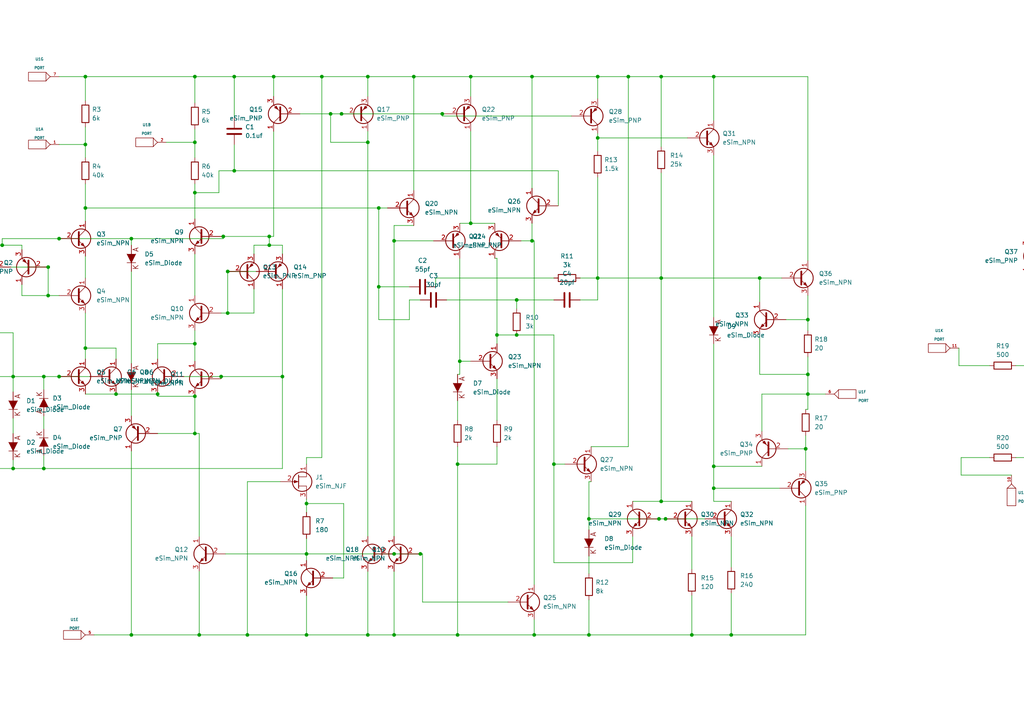
<source format=kicad_sch>
(kicad_sch (version 20211123) (generator eeschema)
  (paper "A4")
  (lib_symbols
    (symbol "eSim_Devices:capacitor" (pin_numbers hide) (pin_names (offset 0.254))
      (property "Reference" "C" (at 0.635 2.54 0))
      (property "Value" "capacitor" (at 0.635 -2.54 0))
      (symbol "capacitor_1_1"
        (pin passive line (at 0 3.81 270) (length 2.794) (name "~") (number "1"))
        (pin passive line (at 0 -3.81 90) (length 2.794) (name "~") (number "2"))
      )
    )
    (symbol "eSim_Devices:eSim_Diode" (pin_numbers hide) (pin_names (offset 1.016) hide)
      (property "Reference" "D" (at 0 2.54 0))
      (property "Value" "eSim_Diode" (at 0 -2.54 0))
      (symbol "eSim_Diode_0_0"
        (text "A" (at -2.54 1.27 0) (effects (font (size 1.524 1.524))))
        (text "K" (at 2.54 1.27 0) (effects (font (size 1.524 1.524))))
      )
      (symbol "eSim_Diode_1_1"
        (pin passive line (at -3.81 0 0) (length 2.54) (name "A") (number "1"))
        (pin passive line (at 3.81 0 180) (length 2.54) (name "K") (number "2"))
      )
    )
    (symbol "eSim_Devices:eSim_NJF" (pin_names (offset 0) hide)
      (property "Reference" "J" (at -2.54 1.27 0))
      (property "Value" "eSim_NJF" (at -1.27 3.81 0))
      (symbol "eSim_NJF_1_1"
        (pin passive line (at 2.54 5.08 270) (length 2.54) (name "D") (number "1"))
        (pin passive line (at -5.08 0 0) (length 5.334) (name "G") (number "2"))
        (pin passive line (at 2.54 -5.08 90) (length 2.54) (name "S") (number "3"))
      )
    )
    (symbol "eSim_Devices:eSim_NPN" (pin_names (offset 0) hide)
      (property "Reference" "Q" (at -2.54 1.27 0))
      (property "Value" "eSim_NPN" (at -1.27 3.81 0))
      (symbol "eSim_NPN_1_1"
        (pin passive line (at 2.54 5.08 270) (length 2.54) (name "C") (number "1"))
        (pin passive line (at -5.08 0 0) (length 5.715) (name "B") (number "2"))
        (pin passive line (at 2.54 -5.08 90) (length 2.54) (name "E") (number "3"))
      )
    )
    (symbol "eSim_Devices:eSim_PNP" (pin_names (offset 0) hide)
      (property "Reference" "Q" (at -2.54 1.27 0))
      (property "Value" "eSim_PNP" (at -1.27 3.81 0))
      (symbol "eSim_PNP_1_1"
        (pin passive line (at 2.54 5.08 270) (length 2.54) (name "C") (number "1"))
        (pin passive line (at -5.08 0 0) (length 5.715) (name "B") (number "2"))
        (pin passive line (at 2.54 -5.08 90) (length 2.54) (name "E") (number "3"))
      )
    )
    (symbol "eSim_Devices:resistor" (pin_numbers hide) (pin_names (offset 0))
      (property "Reference" "R" (at 1.27 3.302 0))
      (property "Value" "resistor" (at 1.27 -1.27 0))
      (symbol "resistor_1_1"
        (pin passive line (at -2.54 1.27 0) (length 1.27) (name "~") (number "1"))
        (pin passive line (at 5.08 1.27 180) (length 1.27) (name "~") (number "2"))
      )
    )
    (symbol "eSim_Miscellaneous:PORT" (pin_names (offset 1.016))
      (property "Reference" "U" (at 1.27 2.54 0))
      (property "Value" "PORT" (at 0 0 0))
      (symbol "PORT_1_1"
        (pin bidirectional line (at 6.35 0 180) (length 2.54) (name "~") (number "1"))
      )
      (symbol "PORT_2_1"
        (pin bidirectional line (at 6.35 0 180) (length 2.54) (name "~") (number "2"))
      )
      (symbol "PORT_3_1"
        (pin bidirectional line (at 6.35 0 180) (length 2.54) (name "~") (number "3"))
      )
      (symbol "PORT_4_1"
        (pin bidirectional line (at 6.35 0 180) (length 2.54) (name "~") (number "4"))
      )
      (symbol "PORT_5_1"
        (pin bidirectional line (at 6.35 0 180) (length 2.54) (name "~") (number "5"))
      )
      (symbol "PORT_6_1"
        (pin bidirectional line (at 6.35 0 180) (length 2.54) (name "~") (number "6"))
      )
      (symbol "PORT_7_1"
        (pin bidirectional line (at 6.35 0 180) (length 2.54) (name "~") (number "7"))
      )
      (symbol "PORT_8_1"
        (pin bidirectional line (at 6.35 0 180) (length 2.54) (name "~") (number "8"))
      )
      (symbol "PORT_9_1"
        (pin bidirectional line (at 6.35 0 180) (length 2.54) (name "~") (number "9"))
      )
      (symbol "PORT_10_1"
        (pin bidirectional line (at 6.35 0 180) (length 2.54) (name "~") (number "10"))
      )
      (symbol "PORT_11_1"
        (pin bidirectional line (at 6.35 0 180) (length 2.54) (name "~") (number "11"))
      )
      (symbol "PORT_12_1"
        (pin bidirectional line (at 6.35 0 180) (length 2.54) (name "~") (number "12"))
      )
      (symbol "PORT_13_1"
        (pin bidirectional line (at 6.35 0 180) (length 2.54) (name "~") (number "13"))
      )
      (symbol "PORT_14_1"
        (pin bidirectional line (at 6.35 0 180) (length 2.54) (name "~") (number "14"))
      )
      (symbol "PORT_15_1"
        (pin bidirectional line (at 6.35 0 180) (length 2.54) (name "~") (number "15"))
      )
      (symbol "PORT_16_1"
        (pin bidirectional line (at 6.35 0 180) (length 2.54) (name "~") (number "16"))
      )
      (symbol "PORT_17_1"
        (pin bidirectional line (at 6.35 0 180) (length 2.54) (name "~") (number "17"))
      )
      (symbol "PORT_18_1"
        (pin bidirectional line (at 6.35 0 180) (length 2.54) (name "~") (number "18"))
      )
      (symbol "PORT_19_1"
        (pin bidirectional line (at 6.35 0 180) (length 2.54) (name "~") (number "19"))
      )
      (symbol "PORT_20_1"
        (pin bidirectional line (at 6.35 0 180) (length 2.54) (name "~") (number "20"))
      )
      (symbol "PORT_21_1"
        (pin bidirectional line (at 6.35 0 180) (length 2.54) (name "~") (number "21"))
      )
      (symbol "PORT_22_1"
        (pin bidirectional line (at 6.35 0 180) (length 2.54) (name "~") (number "22"))
      )
      (symbol "PORT_23_1"
        (pin bidirectional line (at 6.35 0 180) (length 2.54) (name "~") (number "23"))
      )
      (symbol "PORT_24_1"
        (pin bidirectional line (at 6.35 0 180) (length 2.54) (name "~") (number "24"))
      )
      (symbol "PORT_25_1"
        (pin bidirectional line (at 6.35 0 180) (length 2.54) (name "~") (number "25"))
      )
      (symbol "PORT_26_1"
        (pin bidirectional line (at 6.35 0 180) (length 2.54) (name "~") (number "26"))
      )
    )
  )
  (junction (at 514.985 180.975))
  (junction (at 424.815 157.48))
  (junction (at 133.35 104.775))
  (junction (at 193.04 150.495))
  (junction (at 24.765 60.325))
  (junction (at 359.41 96.52))
  (junction (at 3.81 109.22))
  (junction (at 56.515 99.695))
  (junction (at 136.525 22.225))
  (junction (at 368.935 87.63))
  (junction (at 359.41 38.1))
  (junction (at 64.135 109.22))
  (junction (at 409.575 38.1))
  (junction (at 473.71 147.32))
  (junction (at 109.855 83.185))
  (junction (at 327.66 38.735))
  (junction (at 320.04 66.04))
  (junction (at 132.715 134.62))
  (junction (at 24.765 41.91))
  (junction (at 494.03 147.32))
  (junction (at 439.42 61.595))
  (junction (at 367.03 106.045))
  (junction (at 315.595 106.045))
  (junction (at 536.575 127))
  (junction (at 315.595 132.715))
  (junction (at 64.77 68.58))
  (junction (at 382.27 19.05))
  (junction (at 417.195 157.48))
  (junction (at 128.27 33.02))
  (junction (at 436.245 101.6))
  (junction (at 114.3 160.655))
  (junction (at 33.655 114.3))
  (junction (at 88.9 160.655))
  (junction (at 327.66 19.05))
  (junction (at 495.935 147.32))
  (junction (at 509.905 138.43))
  (junction (at 374.65 180.975))
  (junction (at 66.04 90.805))
  (junction (at 391.795 157.48))
  (junction (at 12.7 109.22))
  (junction (at 12.7 135.89))
  (junction (at 191.77 22.225))
  (junction (at 207.01 22.225))
  (junction (at 24.765 22.225))
  (junction (at 447.04 93.98))
  (junction (at 409.575 19.05))
  (junction (at 381 65.405))
  (junction (at 359.41 122.555))
  (junction (at 182.245 22.225))
  (junction (at 67.945 49.53))
  (junction (at 3.81 135.89))
  (junction (at 523.24 77.47))
  (junction (at 207.01 141.605))
  (junction (at 38.1 184.15))
  (junction (at 509.905 19.05))
  (junction (at 336.55 111.125))
  (junction (at 144.145 97.155))
  (junction (at 384.81 106.045))
  (junction (at 191.77 145.415))
  (junction (at 306.705 132.715))
  (junction (at 136.525 64.77))
  (junction (at 13.97 85.725))
  (junction (at 24.765 100.965))
  (junction (at 173.355 80.645))
  (junction (at 409.575 180.975))
  (junction (at 316.865 74.295))
  (junction (at 327.66 97.79))
  (junction (at 56.515 125.73))
  (junction (at 391.795 142.875))
  (junction (at 368.935 75.565))
  (junction (at 132.715 184.15))
  (junction (at 457.835 180.975))
  (junction (at 99.06 33.02))
  (junction (at 109.855 60.325))
  (junction (at 93.345 22.225))
  (junction (at 412.75 80.01))
  (junction (at 391.795 180.975))
  (junction (at 114.3 69.85))
  (junction (at 473.71 180.975))
  (junction (at 38.1 69.215))
  (junction (at 88.9 184.15))
  (junction (at 160.655 134.62))
  (junction (at 78.105 71.12))
  (junction (at 56.515 114.935))
  (junction (at 149.86 86.995))
  (junction (at 435.61 131.445))
  (junction (at 149.86 97.155))
  (junction (at 422.91 19.05))
  (junction (at 359.41 111.76))
  (junction (at 79.375 22.225))
  (junction (at 67.945 22.225))
  (junction (at 476.25 19.05))
  (junction (at 13.97 77.47))
  (junction (at 457.2 19.05))
  (junction (at 431.165 29.845))
  (junction (at 154.94 184.15))
  (junction (at 81.915 109.22))
  (junction (at 56.515 55.88))
  (junction (at 106.68 184.15))
  (junction (at 370.84 19.05))
  (junction (at 327.66 57.15))
  (junction (at 485.14 19.05))
  (junction (at 320.04 106.045))
  (junction (at 340.995 180.975))
  (junction (at 120.015 22.225))
  (junction (at 71.755 184.15))
  (junction (at 154.305 69.85))
  (junction (at 412.75 57.15))
  (junction (at 381 67.945))
  (junction (at 435.61 180.975))
  (junction (at 452.755 83.82))
  (junction (at 234.315 92.71))
  (junction (at 463.55 131.445))
  (junction (at 170.815 184.15))
  (junction (at 476.25 36.83))
  (junction (at 360.68 180.975))
  (junction (at 154.305 22.225))
  (junction (at 173.355 22.225))
  (junction (at 66.04 78.74))
  (junction (at 370.84 46.355))
  (junction (at 494.665 19.05))
  (junction (at 114.3 184.15))
  (junction (at 494.665 77.47))
  (junction (at 537.21 105.41))
  (junction (at 537.21 89.535))
  (junction (at 396.24 19.05))
  (junction (at 45.72 114.3))
  (junction (at 509.905 132.08))
  (junction (at 457.2 66.675))
  (junction (at 476.25 77.47))
  (junction (at 494.665 142.24))
  (junction (at 367.665 65.405))
  (junction (at 170.815 150.495))
  (junction (at 88.9 146.05))
  (junction (at 0.635 71.12))
  (junction (at 78.105 68.58))
  (junction (at 359.41 52.705))
  (junction (at 106.68 41.275))
  (junction (at 306.705 106.045))
  (junction (at 233.68 130.175))
  (junction (at 191.135 150.495))
  (junction (at 212.09 184.15))
  (junction (at 95.885 33.02))
  (junction (at 439.42 19.05))
  (junction (at 503.555 180.975))
  (junction (at 303.53 67.945))
  (junction (at 173.355 40.005))
  (junction (at 452.755 93.98))
  (junction (at 401.955 29.845))
  (junction (at 537.21 111.125))
  (junction (at 316.865 82.55))
  (junction (at 17.145 109.22))
  (junction (at 359.41 19.05))
  (junction (at 340.995 66.04))
  (junction (at 57.785 184.15))
  (junction (at 220.345 80.645))
  (junction (at 398.78 29.845))
  (junction (at 191.77 80.645))
  (junction (at 17.145 69.215))
  (junction (at 348.615 111.125))
  (junction (at 207.01 135.255))
  (junction (at 234.315 108.585))
  (junction (at 56.515 41.275))
  (junction (at 417.195 180.975))
  (junction (at 200.66 184.15))
  (junction (at 56.515 22.225))
  (junction (at 121.92 160.655))
  (junction (at 234.315 114.3))
  (junction (at 106.68 22.225))
  (junction (at 417.195 66.675))
  (wire (pts (xy 88.9 134.62) (xy 88.9 132.715)))
  (wire (pts (xy 391.795 180.975) (xy 374.65 180.975)))
  (wire (pts (xy 106.68 184.15) (xy 88.9 184.15)))
  (wire (pts (xy 476.25 48.26) (xy 476.25 77.47)))
  (wire (pts (xy 432.435 83.82) (xy 452.755 83.82)))
  (wire (pts (xy 207.01 135.255) (xy 207.01 141.605)))
  (wire (pts (xy 278.765 137.795) (xy 293.37 137.795)))
  (wire (pts (xy 170.815 150.495) (xy 170.815 139.7)))
  (wire (pts (xy -8.255 135.89) (xy 3.81 135.89)))
  (wire (pts (xy 457.835 180.975) (xy 435.61 180.975)))
  (wire (pts (xy 366.395 46.355) (xy 366.395 52.705)))
  (wire (pts (xy 382.27 19.05) (xy 370.84 19.05)))
  (wire (pts (xy 79.375 27.94) (xy 79.375 22.225)))
  (wire (pts (xy 234.315 108.585) (xy 234.315 114.3)))
  (wire (pts (xy 537.21 111.125) (xy 537.21 115.57)))
  (wire (pts (xy -24.13 135.89) (xy -15.875 135.89)))
  (wire (pts (xy 447.04 96.52) (xy 447.04 93.98)))
  (wire (pts (xy 382.27 24.765) (xy 382.27 19.05)))
  (wire (pts (xy 306.705 118.11) (xy 306.705 122.555)))
  (wire (pts (xy 56.515 55.88) (xy 56.515 63.5)))
  (wire (pts (xy 106.68 165.735) (xy 106.68 184.15)))
  (wire (pts (xy 106.68 22.225) (xy 93.345 22.225)))
  (wire (pts (xy 6.35 85.725) (xy 13.97 85.725)))
  (wire (pts (xy 447.04 131.445) (xy 435.61 131.445)))
  (wire (pts (xy 114.3 184.15) (xy 106.68 184.15)))
  (wire (pts (xy 509.905 132.08) (xy 509.905 138.43)))
  (wire (pts (xy 161.925 59.69) (xy 161.925 49.53)))
  (wire (pts (xy 120.015 55.245) (xy 120.015 22.225)))
  (wire (pts (xy 439.42 61.595) (xy 446.405 61.595)))
  (wire (pts (xy 33.655 114.3) (xy 45.72 114.3)))
  (wire (pts (xy 421.64 80.01) (xy 412.75 80.01)))
  (wire (pts (xy 64.135 68.58) (xy 64.77 68.58)))
  (wire (pts (xy 182.245 22.225) (xy 173.355 22.225)))
  (wire (pts (xy 64.77 68.58) (xy 78.105 68.58)))
  (wire (pts (xy 503.555 152.4) (xy 503.555 161.925)))
  (wire (pts (xy 320.04 38.735) (xy 320.04 43.815)))
  (wire (pts (xy 220.345 108.585) (xy 234.315 108.585)))
  (wire (pts (xy 476.25 36.83) (xy 476.25 40.64)))
  (wire (pts (xy 327.66 57.15) (xy 412.75 57.15)))
  (wire (pts (xy 3.81 109.22) (xy 3.81 113.665)))
  (wire (pts (xy 435.61 126.365) (xy 435.61 131.445)))
  (wire (pts (xy 391.795 169.545) (xy 391.795 180.975)))
  (wire (pts (xy 200.66 184.15) (xy 170.815 184.15)))
  (wire (pts (xy 494.665 77.47) (xy 523.24 77.47)))
  (wire (pts (xy 78.105 68.58) (xy 78.105 71.12)))
  (wire (pts (xy 171.45 129.54) (xy 182.245 129.54)))
  (wire (pts (xy 367.03 106.045) (xy 367.03 106.68)))
  (wire (pts (xy 24.765 74.295) (xy 24.765 80.645)))
  (wire (pts (xy 71.755 139.7) (xy 71.755 184.15)))
  (wire (pts (xy 536.575 143.51) (xy 536.575 180.975)))
  (wire (pts (xy 64.135 109.22) (xy 81.915 109.22)))
  (wire (pts (xy 368.3 157.48) (xy 391.795 157.48)))
  (wire (pts (xy 374.65 180.975) (xy 360.68 180.975)))
  (wire (pts (xy 417.195 66.675) (xy 428.625 66.675)))
  (wire (pts (xy 133.35 74.93) (xy 133.35 104.775)))
  (wire (pts (xy 340.995 67.945) (xy 340.995 66.04)))
  (wire (pts (xy 429.26 77.47) (xy 429.26 80.01)))
  (wire (pts (xy 316.865 82.55) (xy 320.04 82.55)))
  (wire (pts (xy 173.355 80.645) (xy 173.355 86.995)))
  (wire (pts (xy 133.35 104.775) (xy 136.525 104.775)))
  (wire (pts (xy 17.145 41.91) (xy 24.765 41.91)))
  (wire (pts (xy 468.63 30.48) (xy 431.165 30.48)))
  (wire (pts (xy 114.3 165.735) (xy 114.3 184.15)))
  (wire (pts (xy 473.71 136.525) (xy 474.345 136.525)))
  (wire (pts (xy 133.35 104.775) (xy 133.35 108.585)))
  (wire (pts (xy 3.81 133.35) (xy 3.81 135.89)))
  (wire (pts (xy 200.66 172.72) (xy 200.66 184.15)))
  (wire (pts (xy 422.91 19.05) (xy 409.575 19.05)))
  (wire (pts (xy 476.25 36.83) (xy 502.285 36.83)))
  (wire (pts (xy 485.14 19.05) (xy 476.25 19.05)))
  (wire (pts (xy 439.42 34.925) (xy 439.42 61.595)))
  (wire (pts (xy 306.705 93.345) (xy 306.705 106.045)))
  (wire (pts (xy 24.765 114.3) (xy 33.655 114.3)))
  (wire (pts (xy 536.575 127) (xy 531.495 127)))
  (wire (pts (xy 447.04 71.755) (xy 446.405 71.755)))
  (wire (pts (xy 56.515 22.225) (xy 56.515 29.845)))
  (wire (pts (xy 409.575 180.975) (xy 391.795 180.975)))
  (wire (pts (xy 99.06 33.02) (xy 128.27 33.02)))
  (wire (pts (xy 425.45 171.45) (xy 450.215 171.45)))
  (wire (pts (xy 114.3 69.85) (xy 125.73 69.85)))
  (wire (pts (xy 81.28 139.7) (xy 71.755 139.7)))
  (wire (pts (xy 370.84 19.05) (xy 370.84 31.115)))
  (wire (pts (xy 57.785 125.73) (xy 56.515 125.73)))
  (wire (pts (xy 536.575 127) (xy 536.575 133.35)))
  (wire (pts (xy 509.905 41.91) (xy 509.905 88.9)))
  (wire (pts (xy 306.705 130.175) (xy 306.705 132.715)))
  (wire (pts (xy 56.515 73.66) (xy 56.515 85.725)))
  (wire (pts (xy 182.245 129.54) (xy 182.245 22.225)))
  (wire (pts (xy 360.68 162.56) (xy 360.68 180.975)))
  (wire (pts (xy 306.705 132.715) (xy 315.595 132.715)))
  (wire (pts (xy 452.755 83.82) (xy 463.55 83.82)))
  (wire (pts (xy 359.41 92.71) (xy 359.41 96.52)))
  (wire (pts (xy 109.855 83.185) (xy 109.855 60.325)))
  (wire (pts (xy 316.865 74.295) (xy 316.865 82.55)))
  (wire (pts (xy 160.655 134.62) (xy 163.83 134.62)))
  (wire (pts (xy 56.515 53.34) (xy 56.515 55.88)))
  (wire (pts (xy 154.94 69.85) (xy 154.305 69.85)))
  (wire (pts (xy 452.755 83.82) (xy 452.755 86.36)))
  (wire (pts (xy 537.21 89.535) (xy 537.21 92.71)))
  (wire (pts (xy 370.84 19.05) (xy 359.41 19.05)))
  (wire (pts (xy 473.71 150.495) (xy 473.71 147.32)))
  (wire (pts (xy 120.015 22.225) (xy 106.68 22.225)))
  (wire (pts (xy 56.515 114.935) (xy 56.515 125.73)))
  (wire (pts (xy 412.75 80.01) (xy 412.75 57.15)))
  (wire (pts (xy 457.835 166.37) (xy 457.835 66.675)))
  (wire (pts (xy 170.815 150.495) (xy 191.135 150.495)))
  (wire (pts (xy 315.595 106.045) (xy 320.04 106.045)))
  (wire (pts (xy 391.795 142.875) (xy 391.795 145.415)))
  (wire (pts (xy 233.68 130.175) (xy 233.68 136.525)))
  (wire (pts (xy 494.665 46.99) (xy 494.665 77.47)))
  (wire (pts (xy 384.81 67.945) (xy 384.81 70.485)))
  (wire (pts (xy 45.72 114.935) (xy 45.72 114.3)))
  (wire (pts (xy -4.445 71.12) (xy -4.445 72.39)))
  (wire (pts (xy 327.66 57.15) (xy 327.66 60.96)))
  (wire (pts (xy 463.55 131.445) (xy 463.55 93.98)))
  (wire (pts (xy 99.695 146.05) (xy 88.9 146.05)))
  (wire (pts (xy 126.365 80.645) (xy 126.365 83.185)))
  (wire (pts (xy 191.77 80.645) (xy 191.77 145.415)))
  (wire (pts (xy 359.41 52.705) (xy 359.41 60.325)))
  (wire (pts (xy 278.765 132.715) (xy 278.765 137.795)))
  (wire (pts (xy 537.21 105.41) (xy 537.21 111.125)))
  (wire (pts (xy 64.135 109.22) (xy 64.135 109.855)))
  (wire (pts (xy 391.795 157.48) (xy 417.195 157.48)))
  (wire (pts (xy 144.145 129.54) (xy 144.145 134.62)))
  (wire (pts (xy 391.795 157.48) (xy 391.795 159.385)))
  (wire (pts (xy 24.765 22.225) (xy 56.515 22.225)))
  (wire (pts (xy 294.64 132.715) (xy 306.705 132.715)))
  (wire (pts (xy 73.66 71.12) (xy 78.105 71.12)))
  (wire (pts (xy 114.3 69.85) (xy 114.3 155.575)))
  (wire (pts (xy 88.9 184.15) (xy 71.755 184.15)))
  (wire (pts (xy 330.2 180.975) (xy 340.995 180.975)))
  (wire (pts (xy 401.955 29.845) (xy 431.165 29.845)))
  (wire (pts (xy 63.5 55.88) (xy 56.515 55.88)))
  (wire (pts (xy 133.35 108.585) (xy 132.715 108.585)))
  (wire (pts (xy 307.975 19.05) (xy 327.66 19.05)))
  (wire (pts (xy 439.42 24.765) (xy 439.42 19.05)))
  (wire (pts (xy 359.41 50.165) (xy 359.41 52.705)))
  (wire (pts (xy 523.24 77.47) (xy 523.24 84.455)))
  (wire (pts (xy 129.54 86.995) (xy 149.86 86.995)))
  (wire (pts (xy 144.145 134.62) (xy 132.715 134.62)))
  (wire (pts (xy 367.03 106.045) (xy 384.81 106.045)))
  (wire (pts (xy 537.21 19.05) (xy 509.905 19.05)))
  (wire (pts (xy 144.145 97.155) (xy 149.86 97.155)))
  (wire (pts (xy 278.13 106.045) (xy 278.13 100.965)))
  (wire (pts (xy 114.3 160.655) (xy 121.92 160.655)))
  (wire (pts (xy 128.27 33.02) (xy 128.905 33.02)))
  (wire (pts (xy 136.525 64.77) (xy 143.51 64.77)))
  (wire (pts (xy 154.305 64.77) (xy 154.305 69.85)))
  (wire (pts (xy 12.7 109.22) (xy 17.145 109.22)))
  (wire (pts (xy 106.68 27.94) (xy 106.68 22.225)))
  (wire (pts (xy 71.755 184.15) (xy 57.785 184.15)))
  (wire (pts (xy 24.765 60.325) (xy 109.855 60.325)))
  (wire (pts (xy 24.765 90.805) (xy 24.765 100.965)))
  (wire (pts (xy 168.275 86.995) (xy 173.355 86.995)))
  (wire (pts (xy 17.145 109.22) (xy 26.035 109.22)))
  (wire (pts (xy 549.91 111.125) (xy 549.91 115.57)))
  (wire (pts (xy 226.695 80.645) (xy 220.345 80.645)))
  (wire (pts (xy 309.245 69.215) (xy 309.245 67.945)))
  (wire (pts (xy 57.785 165.735) (xy 57.785 184.15)))
  (wire (pts (xy 537.21 111.125) (xy 549.91 111.125)))
  (wire (pts (xy 417.195 162.56) (xy 417.195 180.975)))
  (wire (pts (xy 79.375 38.1) (xy 79.375 68.58)))
  (wire (pts (xy 359.41 34.29) (xy 359.41 38.1)))
  (wire (pts (xy 351.155 38.1) (xy 359.41 38.1)))
  (wire (pts (xy 234.315 114.3) (xy 239.395 114.3)))
  (wire (pts (xy 495.935 147.32) (xy 507.365 147.32)))
  (wire (pts (xy 6.35 71.12) (xy 0.635 71.12)))
  (wire (pts (xy 340.995 75.565) (xy 340.995 102.235)))
  (wire (pts (xy 64.77 69.215) (xy 64.77 68.58)))
  (wire (pts (xy 226.06 141.605) (xy 207.01 141.605)))
  (wire (pts (xy -4.445 82.55) (xy -4.445 96.52)))
  (wire (pts (xy 327.66 50.165) (xy 327.66 57.15)))
  (wire (pts (xy 12.7 120.65) (xy 12.7 124.46)))
  (wire (pts (xy 367.03 87.63) (xy 368.935 87.63)))
  (wire (pts (xy 327.66 87.63) (xy 327.66 97.79)))
  (wire (pts (xy 391.795 141.605) (xy 391.795 142.875)))
  (wire (pts (xy 170.815 153.67) (xy 170.815 150.495)))
  (wire (pts (xy 384.81 106.045) (xy 384.81 132.715)))
  (wire (pts (xy 376.555 67.945) (xy 381 67.945)))
  (wire (pts (xy 486.41 160.02) (xy 463.55 160.02)))
  (wire (pts (xy 38.1 113.03) (xy 38.1 120.65)))
  (wire (pts (xy 56.515 99.695) (xy 56.515 104.775)))
  (wire (pts (xy 0.635 69.215) (xy 17.145 69.215)))
  (wire (pts (xy 476.25 35.56) (xy 476.25 36.83)))
  (wire (pts (xy 315.595 132.715) (xy 315.595 128.905)))
  (wire (pts (xy 421.64 89.535) (xy 421.64 83.82)))
  (wire (pts (xy 463.55 93.98) (xy 452.755 93.98)))
  (wire (pts (xy 65.405 160.655) (xy 88.9 160.655)))
  (wire (pts (xy 99.695 167.64) (xy 99.695 146.05)))
  (wire (pts (xy 436.245 61.595) (xy 439.42 61.595)))
  (wire (pts (xy 136.525 22.225) (xy 120.015 22.225)))
  (wire (pts (xy 168.275 80.645) (xy 173.355 80.645)))
  (wire (pts (xy 66.04 78.74) (xy 74.295 78.74)))
  (wire (pts (xy 412.75 89.535) (xy 412.75 80.01)))
  (wire (pts (xy 207.01 145.415) (xy 212.09 145.415)))
  (wire (pts (xy 220.345 80.645) (xy 220.345 87.63)))
  (wire (pts (xy 528.955 138.43) (xy 509.905 138.43)))
  (wire (pts (xy 78.105 71.12) (xy 81.915 71.12)))
  (wire (pts (xy 367.665 66.04) (xy 367.665 65.405)))
  (wire (pts (xy 382.27 65.405) (xy 381 65.405)))
  (wire (pts (xy 220.345 97.79) (xy 220.345 108.585)))
  (wire (pts (xy -4.445 96.52) (xy 3.81 96.52)))
  (wire (pts (xy 227.965 92.71) (xy 234.315 92.71)))
  (wire (pts (xy 320.04 38.735) (xy 327.66 38.735)))
  (wire (pts (xy 457.2 51.435) (xy 457.2 19.05)))
  (wire (pts (xy 464.82 46.355) (xy 370.84 46.355)))
  (wire (pts (xy 360.68 152.4) (xy 360.68 122.555)))
  (wire (pts (xy 48.26 41.275) (xy 56.515 41.275)))
  (wire (pts (xy 106.68 38.1) (xy 106.68 41.275)))
  (wire (pts (xy 514.985 168.91) (xy 514.985 180.975)))
  (wire (pts (xy 391.795 153.035) (xy 391.795 157.48)))
  (wire (pts (xy 81.915 71.12) (xy 81.915 73.66)))
  (wire (pts (xy 398.78 29.845) (xy 401.955 29.845)))
  (wire (pts (xy 402.59 142.875) (xy 391.795 142.875)))
  (wire (pts (xy 67.945 22.225) (xy 67.945 34.29)))
  (wire (pts (xy 336.55 97.79) (xy 327.66 97.79)))
  (wire (pts (xy 212.09 172.085) (xy 212.09 184.15)))
  (wire (pts (xy 144.145 74.93) (xy 143.51 74.93)))
  (wire (pts (xy 367.665 65.405) (xy 381 65.405)))
  (wire (pts (xy 359.41 19.05) (xy 359.41 26.67)))
  (wire (pts (xy 435.61 180.975) (xy 417.195 180.975)))
  (wire (pts (xy 435.61 113.03) (xy 435.61 118.745)))
  (wire (pts (xy 409.575 38.1) (xy 398.78 38.1)))
  (wire (pts (xy 457.835 176.53) (xy 457.835 180.975)))
  (wire (pts (xy 170.815 161.29) (xy 170.815 166.37)))
  (wire (pts (xy 523.24 105.41) (xy 537.21 105.41)))
  (wire (pts (xy 67.945 49.53) (xy 63.5 49.53)))
  (wire (pts (xy 118.745 83.185) (xy 109.855 83.185)))
  (wire (pts (xy 38.1 184.15) (xy 57.785 184.15)))
  (wire (pts (xy 109.855 60.325) (xy 112.395 60.325)))
  (wire (pts (xy 173.355 28.575) (xy 173.355 22.225)))
  (wire (pts (xy 183.515 145.415) (xy 191.77 145.415)))
  (wire (pts (xy 233.68 146.685) (xy 233.68 184.15)))
  (wire (pts (xy 191.77 42.545) (xy 191.77 22.225)))
  (wire (pts (xy 233.68 130.175) (xy 228.6 130.175)))
  (wire (pts (xy 368.935 75.565) (xy 377.19 75.565)))
  (wire (pts (xy 457.2 61.595) (xy 457.2 66.675)))
  (wire (pts (xy 457.835 66.675) (xy 457.2 66.675)))
  (wire (pts (xy 303.53 66.04) (xy 303.53 67.945)))
  (wire (pts (xy 359.41 111.76) (xy 359.41 122.555)))
  (wire (pts (xy 523.875 111.125) (xy 537.21 111.125)))
  (wire (pts (xy 306.705 106.045) (xy 306.705 110.49)))
  (wire (pts (xy 473.71 170.815) (xy 473.71 180.975)))
  (wire (pts (xy 399.415 164.465) (xy 402.59 164.465)))
  (wire (pts (xy 320.04 106.045) (xy 328.93 106.045)))
  (wire (pts (xy 170.815 139.7) (xy 171.45 139.7)))
  (wire (pts (xy 67.945 41.91) (xy 67.945 49.53)))
  (wire (pts (xy 122.555 174.625) (xy 122.555 160.655)))
  (wire (pts (xy 38.1 130.81) (xy 38.1 184.15)))
  (wire (pts (xy 88.9 160.655) (xy 114.3 160.655)))
  (wire (pts (xy 374.65 136.525) (xy 374.65 180.975)))
  (wire (pts (xy 530.86 89.535) (xy 537.21 89.535)))
  (wire (pts (xy 170.815 184.15) (xy 154.94 184.15)))
  (wire (pts (xy 95.885 33.02) (xy 99.06 33.02)))
  (wire (pts (xy 412.75 57.15) (xy 415.29 57.15)))
  (wire (pts (xy 66.04 78.74) (xy 66.04 90.805)))
  (wire (pts (xy 417.195 62.23) (xy 417.195 66.675)))
  (wire (pts (xy 144.145 99.695) (xy 144.145 97.155)))
  (wire (pts (xy 160.655 163.195) (xy 160.655 134.62)))
  (wire (pts (xy 320.04 43.815) (xy 319.405 43.815)))
  (wire (pts (xy 234.315 114.3) (xy 234.315 118.745)))
  (wire (pts (xy 348.615 100.965) (xy 348.615 96.52)))
  (wire (pts (xy 503.555 180.975) (xy 473.71 180.975)))
  (wire (pts (xy 396.24 129.54) (xy 396.24 19.05)))
  (wire (pts (xy 234.315 108.585) (xy 234.315 103.505)))
  (wire (pts (xy 173.355 80.645) (xy 191.77 80.645)))
  (wire (pts (xy 56.515 114.935) (xy 45.72 114.935)))
  (wire (pts (xy 154.94 179.705) (xy 154.94 184.15)))
  (wire (pts (xy 486.41 142.24) (xy 494.665 142.24)))
  (wire (pts (xy 191.77 50.165) (xy 191.77 80.645)))
  (wire (pts (xy 88.9 172.72) (xy 88.9 184.15)))
  (wire (pts (xy 161.925 49.53) (xy 67.945 49.53)))
  (wire (pts (xy 336.55 100.965) (xy 336.55 97.79)))
  (wire (pts (xy 170.815 173.99) (xy 170.815 184.15)))
  (wire (pts (xy 191.77 22.225) (xy 182.245 22.225)))
  (wire (pts (xy 93.345 132.715) (xy 93.345 22.225)))
  (wire (pts (xy 376.555 70.485) (xy 376.555 67.945)))
  (wire (pts (xy 382.27 34.925) (xy 382.27 65.405)))
  (wire (pts (xy 409.575 19.05) (xy 396.24 19.05)))
  (wire (pts (xy 24.765 41.91) (xy 24.765 45.72)))
  (wire (pts (xy 278.13 106.045) (xy 287.02 106.045)))
  (wire (pts (xy 38.1 71.12) (xy 38.1 69.215)))
  (wire (pts (xy 33.655 100.965) (xy 24.765 100.965)))
  (wire (pts (xy 118.745 92.71) (xy 109.855 92.71)))
  (wire (pts (xy 88.9 144.78) (xy 88.9 146.05)))
  (wire (pts (xy 447.04 93.98) (xy 447.04 71.755)))
  (wire (pts (xy 327.66 26.035) (xy 327.66 19.05)))
  (wire (pts (xy 327.66 38.735) (xy 327.66 42.545)))
  (wire (pts (xy 81.915 109.22) (xy 81.915 135.89)))
  (wire (pts (xy 309.245 82.55) (xy 316.865 82.55)))
  (wire (pts (xy 191.135 150.495) (xy 193.04 150.495)))
  (wire (pts (xy 494.665 77.47) (xy 494.665 142.24)))
  (wire (pts (xy 431.165 30.48) (xy 431.165 29.845)))
  (wire (pts (xy 340.995 127.635) (xy 340.995 180.975)))
  (wire (pts (xy 436.245 71.755) (xy 436.245 101.6)))
  (wire (pts (xy 33.655 104.14) (xy 33.655 100.965)))
  (wire (pts (xy 485.14 126.365) (xy 485.14 19.05)))
  (wire (pts (xy 359.41 96.52) (xy 359.41 101.6)))
  (wire (pts (xy 298.45 67.945) (xy 298.45 69.215)))
  (wire (pts (xy 207.01 45.085) (xy 207.01 92.075)))
  (wire (pts (xy 473.71 180.975) (xy 457.835 180.975)))
  (wire (pts (xy 421.64 83.82) (xy 424.815 83.82)))
  (wire (pts (xy 220.98 125.095) (xy 220.98 114.3)))
  (wire (pts (xy 447.04 106.68) (xy 447.04 118.745)))
  (wire (pts (xy 6.35 82.55) (xy 6.35 85.725)))
  (wire (pts (xy 409.575 38.1) (xy 409.575 152.4)))
  (wire (pts (xy 149.86 86.995) (xy 149.86 89.535)))
  (wire (pts (xy 38.1 69.215) (xy 64.77 69.215)))
  (wire (pts (xy 154.94 169.545) (xy 154.94 69.85)))
  (wire (pts (xy 79.375 22.225) (xy 67.945 22.225)))
  (wire (pts (xy 144.145 97.155) (xy 144.145 74.93)))
  (wire (pts (xy 6.35 72.39) (xy 6.35 71.12)))
  (wire (pts (xy 402.59 164.465) (xy 402.59 142.875)))
  (wire (pts (xy 24.765 53.34) (xy 24.765 60.325)))
  (wire (pts (xy 154.305 69.85) (xy 151.13 69.85)))
  (wire (pts (xy 509.905 142.24) (xy 514.985 142.24)))
  (wire (pts (xy 340.995 109.855) (xy 340.995 117.475)))
  (wire (pts (xy 376.555 80.645) (xy 376.555 87.63)))
  (wire (pts (xy 93.345 22.225) (xy 79.375 22.225)))
  (wire (pts (xy 298.45 79.375) (xy 298.45 93.345)))
  (wire (pts (xy 207.01 22.225) (xy 191.77 22.225)))
  (wire (pts (xy 109.855 92.71) (xy 109.855 83.185)))
  (wire (pts (xy 106.68 41.275) (xy 95.885 41.275)))
  (wire (pts (xy 436.245 101.6) (xy 439.42 101.6)))
  (wire (pts (xy 384.175 136.525) (xy 374.65 136.525)))
  (wire (pts (xy 537.21 72.39) (xy 537.21 19.05)))
  (wire (pts (xy 340.995 180.975) (xy 360.68 180.975)))
  (wire (pts (xy 154.305 54.61) (xy 154.305 22.225)))
  (wire (pts (xy 27.305 184.15) (xy 38.1 184.15)))
  (wire (pts (xy 494.665 142.24) (xy 503.555 142.24)))
  (wire (pts (xy 476.25 77.47) (xy 476.25 83.82)))
  (wire (pts (xy 417.195 180.975) (xy 409.575 180.975)))
  (wire (pts (xy 234.315 92.71) (xy 234.315 95.885)))
  (wire (pts (xy 132.715 134.62) (xy 132.715 184.15)))
  (wire (pts (xy 356.235 106.045) (xy 367.03 106.045)))
  (wire (pts (xy 173.355 40.005) (xy 173.355 43.815)))
  (wire (pts (xy 359.41 122.555) (xy 348.615 122.555)))
  (wire (pts (xy 154.94 184.15) (xy 132.715 184.15)))
  (wire (pts (xy 88.9 146.05) (xy 88.9 148.59)))
  (wire (pts (xy 165.735 33.655) (xy 128.27 33.655)))
  (wire (pts (xy 53.34 109.22) (xy 64.135 109.22)))
  (wire (pts (xy 370.84 46.355) (xy 366.395 46.355)))
  (wire (pts (xy 509.905 31.75) (xy 509.905 19.05)))
  (wire (pts (xy 514.985 180.975) (xy 503.555 180.975)))
  (wire (pts (xy 366.395 52.705) (xy 359.41 52.705)))
  (wire (pts (xy 132.715 116.205) (xy 132.715 121.92)))
  (wire (pts (xy 207.01 135.255) (xy 220.98 135.255)))
  (wire (pts (xy 327.66 19.05) (xy 359.41 19.05)))
  (wire (pts (xy 160.655 134.62) (xy 160.655 97.155)))
  (wire (pts (xy 368.935 75.565) (xy 368.935 87.63)))
  (wire (pts (xy 494.03 147.32) (xy 495.935 147.32)))
  (wire (pts (xy 56.515 125.73) (xy 45.72 125.73)))
  (wire (pts (xy 360.68 122.555) (xy 359.41 122.555)))
  (wire (pts (xy 136.525 27.94) (xy 136.525 22.225)))
  (wire (pts (xy 494.665 19.05) (xy 485.14 19.05)))
  (wire (pts (xy 149.86 86.995) (xy 160.655 86.995)))
  (wire (pts (xy 160.655 80.645) (xy 126.365 80.645)))
  (wire (pts (xy 17.145 69.215) (xy 38.1 69.215)))
  (wire (pts (xy 359.41 38.1) (xy 359.41 42.545)))
  (wire (pts (xy 128.27 33.655) (xy 128.27 33.02)))
  (wire (pts (xy 200.66 155.575) (xy 200.66 165.1)))
  (wire (pts (xy 389.89 29.845) (xy 398.78 29.845)))
  (wire (pts (xy 183.515 155.575) (xy 183.515 163.195)))
  (wire (pts (xy 63.5 49.53) (xy 63.5 55.88)))
  (wire (pts (xy 118.745 92.71) (xy 118.745 86.995)))
  (wire (pts (xy 436.245 105.41) (xy 435.61 105.41)))
  (wire (pts (xy 529.59 77.47) (xy 523.24 77.47)))
  (wire (pts (xy 422.91 52.07) (xy 422.91 19.05)))
  (wire (pts (xy 17.145 22.225) (xy 24.765 22.225)))
  (wire (pts (xy 536.575 123.19) (xy 536.575 127)))
  (wire (pts (xy 207.01 99.695) (xy 207.01 135.255)))
  (wire (pts (xy 233.68 184.15) (xy 212.09 184.15)))
  (wire (pts (xy 24.765 100.965) (xy 24.765 104.14)))
  (wire (pts (xy 463.55 77.47) (xy 429.26 77.47)))
  (wire (pts (xy 417.195 157.48) (xy 424.815 157.48)))
  (wire (pts (xy 391.795 131.445) (xy 391.795 129.54)))
  (wire (pts (xy 384.81 132.715) (xy 315.595 132.715)))
  (wire (pts (xy 64.135 90.805) (xy 66.04 90.805)))
  (wire (pts (xy 422.91 62.23) (xy 417.195 62.23)))
  (wire (pts (xy 306.705 106.045) (xy 315.595 106.045)))
  (wire (pts (xy 436.245 101.6) (xy 436.245 105.41)))
  (wire (pts (xy 173.355 40.005) (xy 199.39 40.005)))
  (wire (pts (xy 96.52 167.64) (xy 99.695 167.64)))
  (wire (pts (xy 73.66 73.66) (xy 73.66 71.12)))
  (wire (pts (xy 212.09 184.15) (xy 200.66 184.15)))
  (wire (pts (xy 160.655 97.155) (xy 149.86 97.155)))
  (wire (pts (xy 24.765 60.325) (xy 24.765 64.135)))
  (wire (pts (xy 368.935 87.63) (xy 376.555 87.63)))
  (wire (pts (xy 425.45 157.48) (xy 424.815 157.48)))
  (wire (pts (xy -24.765 109.22) (xy -15.875 109.22)))
  (wire (pts (xy 409.575 34.925) (xy 409.575 38.1)))
  (wire (pts (xy 315.595 117.475) (xy 315.595 121.285)))
  (wire (pts (xy 537.21 105.41) (xy 537.21 100.33)))
  (wire (pts (xy 57.785 155.575) (xy 57.785 125.73)))
  (wire (pts (xy 207.01 141.605) (xy 207.01 145.415)))
  (wire (pts (xy 359.41 111.76) (xy 348.615 111.76)))
  (wire (pts (xy 398.78 38.1) (xy 398.78 29.845)))
  (wire (pts (xy 303.53 66.04) (xy 320.04 66.04)))
  (wire (pts (xy 336.55 111.125) (xy 348.615 111.125)))
  (wire (pts (xy 537.21 82.55) (xy 537.21 89.535)))
  (wire (pts (xy 233.68 126.365) (xy 233.68 130.175)))
  (wire (pts (xy 38.1 78.74) (xy 38.1 105.41)))
  (wire (pts (xy 114.3 65.405) (xy 114.3 69.85)))
  (wire (pts (xy 370.84 38.735) (xy 370.84 46.355)))
  (wire (pts (xy 79.375 68.58) (xy 78.105 68.58)))
  (wire (pts (xy 120.015 65.405) (xy 114.3 65.405)))
  (wire (pts (xy 45.72 99.695) (xy 56.515 99.695)))
  (wire (pts (xy 234.315 75.565) (xy 234.315 22.225)))
  (wire (pts (xy 309.245 67.945) (xy 303.53 67.945)))
  (wire (pts (xy 409.575 162.56) (xy 409.575 180.975)))
  (wire (pts (xy 447.04 93.98) (xy 452.755 93.98)))
  (wire (pts (xy 122.555 174.625) (xy 147.32 174.625)))
  (wire (pts (xy 45.72 104.14) (xy 45.72 99.695)))
  (wire (pts (xy 122.555 160.655) (xy 121.92 160.655)))
  (wire (pts (xy 191.77 80.645) (xy 220.345 80.645)))
  (wire (pts (xy 327.66 111.125) (xy 336.55 111.125)))
  (wire (pts (xy 471.17 77.47) (xy 476.25 77.47)))
  (wire (pts (xy 509.905 19.05) (xy 494.665 19.05)))
  (wire (pts (xy 315.595 106.045) (xy 315.595 109.855)))
  (wire (pts (xy 136.525 38.1) (xy 136.525 64.77)))
  (wire (pts (xy 3.81 121.285) (xy 3.81 125.73)))
  (wire (pts (xy 384.81 106.045) (xy 384.81 80.645)))
  (wire (pts (xy 56.515 37.465) (xy 56.515 41.275)))
  (wire (pts (xy 417.195 66.675) (xy 417.195 152.4)))
  (wire (pts (xy 132.715 184.15) (xy 114.3 184.15)))
  (wire (pts (xy 3.175 77.47) (xy 13.97 77.47)))
  (wire (pts (xy 220.98 114.3) (xy 234.315 114.3)))
  (wire (pts (xy 396.24 19.05) (xy 382.27 19.05)))
  (wire (pts (xy 88.9 160.655) (xy 88.9 162.56)))
  (wire (pts (xy 106.68 41.275) (xy 106.68 155.575)))
  (wire (pts (xy 327.66 33.655) (xy 327.66 38.735)))
  (wire (pts (xy 474.345 126.365) (xy 485.14 126.365)))
  (wire (pts (xy 463.55 160.02) (xy 463.55 131.445)))
  (wire (pts (xy 86.995 33.02) (xy 95.885 33.02)))
  (wire (pts (xy 457.2 19.05) (xy 439.42 19.05)))
  (wire (pts (xy 294.64 106.045) (xy 306.705 106.045)))
  (wire (pts (xy 439.42 19.05) (xy 422.91 19.05)))
  (wire (pts (xy 81.915 135.89) (xy 12.7 135.89)))
  (wire (pts (xy 330.2 180.975) (xy 330.2 177.8)))
  (wire (pts (xy 3.81 135.89) (xy 12.7 135.89)))
  (wire (pts (xy 447.04 126.365) (xy 447.04 131.445)))
  (wire (pts (xy 351.155 38.1) (xy 351.155 43.815)))
  (wire (pts (xy 435.61 131.445) (xy 435.61 180.975)))
  (wire (pts (xy 367.03 65.405) (xy 367.665 65.405)))
  (wire (pts (xy 12.7 135.89) (xy 12.7 132.08)))
  (wire (pts (xy 173.355 22.225) (xy 154.305 22.225)))
  (wire (pts (xy 12.7 109.22) (xy 12.7 113.03)))
  (wire (pts (xy 425.45 171.45) (xy 425.45 157.48)))
  (wire (pts (xy 476.25 77.47) (xy 494.665 77.47)))
  (wire (pts (xy 327.66 97.79) (xy 327.66 100.965)))
  (wire (pts (xy 56.515 95.885) (xy 56.515 99.695)))
  (wire (pts (xy 144.145 109.855) (xy 144.145 121.92)))
  (wire (pts (xy 509.905 138.43) (xy 509.905 142.24)))
  (wire (pts (xy 348.615 96.52) (xy 359.41 96.52)))
  (wire (pts (xy 73.66 83.82) (xy 73.66 90.805)))
  (wire (pts (xy 523.24 94.615) (xy 523.24 105.41)))
  (wire (pts (xy 340.995 66.04) (xy 367.665 66.04)))
  (wire (pts (xy 88.9 156.21) (xy 88.9 160.655)))
  (wire (pts (xy 212.09 155.575) (xy 212.09 164.465)))
  (wire (pts (xy 234.315 85.725) (xy 234.315 92.71)))
  (wire (pts (xy 509.905 132.08) (xy 523.875 132.08)))
  (wire (pts (xy 81.915 109.22) (xy 81.915 83.82)))
  (wire (pts (xy 133.35 64.77) (xy 136.525 64.77)))
  (wire (pts (xy 494.665 39.37) (xy 494.665 19.05)))
  (wire (pts (xy 523.875 121.92) (xy 523.875 111.125)))
  (wire (pts (xy 24.765 36.83) (xy 24.765 41.91)))
  (wire (pts (xy 473.71 147.32) (xy 473.71 136.525)))
  (wire (pts (xy 503.555 169.545) (xy 503.555 180.975)))
  (wire (pts (xy 409.575 24.765) (xy 409.575 19.05)))
  (wire (pts (xy 421.64 89.535) (xy 412.75 89.535)))
  (wire (pts (xy 0.635 69.215) (xy 0.635 71.12)))
  (wire (pts (xy 473.71 158.115) (xy 473.71 163.195)))
  (wire (pts (xy 471.17 83.82) (xy 476.25 83.82)))
  (wire (pts (xy 537.21 115.57) (xy 536.575 115.57)))
  (wire (pts (xy 476.25 25.4) (xy 476.25 19.05)))
  (wire (pts (xy 13.97 85.725) (xy 17.145 85.725)))
  (wire (pts (xy 66.04 90.805) (xy 73.66 90.805)))
  (wire (pts (xy 207.01 34.925) (xy 207.01 22.225)))
  (wire (pts (xy 476.25 19.05) (xy 457.2 19.05)))
  (wire (pts (xy 431.165 29.845) (xy 431.8 29.845)))
  (wire (pts (xy 0.635 71.12) (xy -4.445 71.12)))
  (wire (pts (xy 3.81 109.22) (xy 12.7 109.22)))
  (wire (pts (xy 132.715 129.54) (xy 132.715 134.62)))
  (wire (pts (xy 118.745 86.995) (xy 121.92 86.995)))
  (wire (pts (xy 173.355 38.735) (xy 173.355 40.005)))
  (wire (pts (xy 303.53 67.945) (xy 298.45 67.945)))
  (wire (pts (xy 327.66 71.12) (xy 327.66 77.47)))
  (wire (pts (xy 278.765 132.715) (xy 287.02 132.715)))
  (wire (pts (xy 298.45 93.345) (xy 306.705 93.345)))
  (wire (pts (xy 154.305 22.225) (xy 136.525 22.225)))
  (wire (pts (xy 464.82 56.515) (xy 464.82 46.355)))
  (wire (pts (xy -8.255 109.22) (xy 3.81 109.22)))
  (wire (pts (xy 173.355 51.435) (xy 173.355 80.645)))
  (wire (pts (xy 359.41 70.485) (xy 359.41 82.55)))
  (wire (pts (xy 193.04 150.495) (xy 204.47 150.495)))
  (wire (pts (xy 234.315 118.745) (xy 233.68 118.745)))
  (wire (pts (xy 381 67.945) (xy 384.81 67.945)))
  (wire (pts (xy 391.795 129.54) (xy 396.24 129.54)))
  (wire (pts (xy 348.615 111.76) (xy 348.615 111.125)))
  (wire (pts (xy 191.77 145.415) (xy 200.66 145.415)))
  (wire (pts (xy 536.575 180.975) (xy 514.985 180.975)))
  (wire (pts (xy 67.945 22.225) (xy 56.515 22.225)))
  (wire (pts (xy 3.81 96.52) (xy 3.81 109.22)))
  (wire (pts (xy 13.97 77.47) (xy 13.97 85.725)))
  (wire (pts (xy 56.515 41.275) (xy 56.515 45.72)))
  (wire (pts (xy 234.315 22.225) (xy 207.01 22.225)))
  (wire (pts (xy 306.07 74.295) (xy 316.865 74.295)))
  (wire (pts (xy 88.9 132.715) (xy 93.345 132.715)))
  (wire (pts (xy 320.04 66.04) (xy 340.995 66.04)))
  (wire (pts (xy 457.2 66.675) (xy 454.025 66.675)))
  (wire (pts (xy 95.885 41.275) (xy 95.885 33.02)))
  (wire (pts (xy 183.515 163.195) (xy 160.655 163.195)))
  (wire (pts (xy 24.765 29.21) (xy 24.765 22.225)))
  (wire (pts (xy 473.71 147.32) (xy 494.03 147.32)))
  (wire (pts (xy 381 65.405) (xy 381 67.945)))
  (wire (pts (xy 309.245 79.375) (xy 309.245 82.55)))
  (wire (pts (xy 514.985 152.4) (xy 514.985 161.29)))
  (wire (pts (xy 486.41 152.4) (xy 486.41 160.02)))
  (wire (pts (xy 463.55 131.445) (xy 466.725 131.445)))
  (wire (pts (xy 509.905 96.52) (xy 509.905 132.08)))
  (symbol (lib_id "eSim_Devices:resistor") (at 454.025 91.44 90) (unit 1)
    (property "Reference" "R28" (at 455.295 88.8999 90) (effects (justify right)))
    (property "Value" "3k" (at 455.295 91.4399 90) (effects (justify right)))
  )
  (symbol (lib_id "eSim_Devices:eSim_NPN") (at 420.37 57.15 0) (unit 1)
    (property "Reference" "Q56" (at 426.085 55.8799 0) (effects (justify left)))
    (property "Value" "eSim_NPN" (at 426.085 58.4199 0) (effects (justify left)))
  )
  (symbol (lib_id "eSim_Miscellaneous:PORT") (at 293.37 144.145 90) (unit 10)
    (property "Reference" "U1" (at 295.275 142.875 90) (effects (font (size 0.762 0.762)) (justify right)))
    (property "Value" "PORT" (at 295.275 145.415 90) (effects (font (size 0.762 0.762)) (justify right)))
  )
  (symbol (lib_id "eSim_Devices:eSim_NPN") (at 534.67 77.47 0) (unit 1)
    (property "Reference" "Q72" (at 540.385 76.1999 0) (effects (justify left)))
    (property "Value" "eSim_NPN" (at 540.385 78.7399 0) (effects (justify left)))
  )
  (symbol (lib_id "eSim_Devices:eSim_NPN") (at 325.12 66.04 0) (unit 1)
    (property "Reference" "Q39" (at 330.835 64.7699 0) (effects (justify left)))
    (property "Value" "eSim_NPN" (at 330.835 67.3099 0) (effects (justify left)))
  )
  (symbol (lib_id "eSim_Devices:eSim_NPN") (at 222.885 92.71 0) (mirror y) (unit 1)
    (property "Reference" "Q33" (at 217.17 91.4399 0) (effects (justify left)))
    (property "Value" "eSim_NPN" (at 217.17 93.9799 0) (effects (justify left)))
  )
  (symbol (lib_id "eSim_Devices:resistor") (at 474.98 168.275 90) (unit 1)
    (property "Reference" "R30" (at 475.615 165.7349 90) (effects (justify right)))
    (property "Value" "8k" (at 475.615 168.2749 90) (effects (justify right)))
  )
  (symbol (lib_id "eSim_Devices:eSim_PNP") (at 526.415 127 180) (unit 1)
    (property "Reference" "Q70" (at 521.335 125.7299 0) (effects (justify left)))
    (property "Value" "eSim_PNP" (at 521.335 128.2699 0) (effects (justify left)))
  )
  (symbol (lib_id "eSim_Devices:resistor") (at 90.17 153.67 90) (unit 1)
    (property "Reference" "R7" (at 91.44 151.1299 90) (effects (justify right)))
    (property "Value" "180" (at 91.44 153.6699 90) (effects (justify right)))
  )
  (symbol (lib_id "eSim_Devices:eSim_NPN") (at 412.115 157.48 0) (mirror y) (unit 1)
    (property "Reference" "Q54" (at 407.035 156.2099 0) (effects (justify left)))
    (property "Value" "eSim_NPN" (at 407.035 158.7499 0) (effects (justify left)))
  )
  (symbol (lib_id "eSim_Devices:resistor") (at -13.335 110.49 0) (unit 1)
    (property "Reference" "R1" (at -12.065 103.505 0))
    (property "Value" "500" (at -12.065 106.045 0))
  )
  (symbol (lib_id "eSim_Miscellaneous:PORT") (at 20.955 184.15 0) (unit 5)
    (property "Reference" "U1" (at 21.59 179.705 0) (effects (font (size 0.762 0.762))))
    (property "Value" "PORT" (at 21.59 182.245 0) (effects (font (size 0.762 0.762))))
  )
  (symbol (lib_id "eSim_Devices:eSim_NJF") (at 389.255 136.525 0) (unit 1)
    (property "Reference" "J2" (at 394.335 135.2549 0) (effects (justify left)))
    (property "Value" "eSim_NJF" (at 394.335 137.7949 0) (effects (justify left)))
  )
  (symbol (lib_id "eSim_Devices:eSim_Diode") (at 170.815 157.48 270) (unit 1)
    (property "Reference" "D8" (at 175.26 156.2643 90) (effects (justify left)))
    (property "Value" "eSim_Diode" (at 175.26 158.8043 90) (effects (justify left)))
  )
  (symbol (lib_id "eSim_Devices:eSim_NPN") (at 507.365 36.83 0) (unit 1)
    (property "Reference" "Q67" (at 512.445 35.5599 0) (effects (justify left)))
    (property "Value" "eSim_NPN" (at 512.445 38.0999 0) (effects (justify left)))
  )
  (symbol (lib_id "eSim_Miscellaneous:PORT") (at 10.795 22.225 0) (unit 7)
    (property "Reference" "U1" (at 11.43 17.145 0) (effects (font (size 0.762 0.762))))
    (property "Value" "PORT" (at 11.43 19.685 0) (effects (font (size 0.762 0.762))))
  )
  (symbol (lib_id "eSim_Devices:resistor") (at 504.825 167.005 90) (unit 1)
    (property "Reference" "R33" (at 506.095 164.4649 90) (effects (justify right)))
    (property "Value" "120" (at 506.095 167.0049 90) (effects (justify right)))
  )
  (symbol (lib_id "eSim_Devices:resistor") (at 466.09 78.74 0) (unit 1)
    (property "Reference" "R29" (at 467.36 71.12 0))
    (property "Value" "3k" (at 467.36 73.66 0))
  )
  (symbol (lib_id "eSim_Miscellaneous:PORT") (at 323.85 177.8 0) (unit 12)
    (property "Reference" "U1" (at 324.485 173.355 0) (effects (font (size 0.762 0.762))))
    (property "Value" "PORT" (at 324.485 175.895 0) (effects (font (size 0.762 0.762))))
  )
  (symbol (lib_id "eSim_Devices:resistor") (at 174.625 48.895 90) (unit 1)
    (property "Reference" "R13" (at 175.26 46.3549 90) (effects (justify right)))
    (property "Value" "1.5k" (at 175.26 48.8949 90) (effects (justify right)))
  )
  (symbol (lib_id "eSim_Devices:eSim_NPN") (at 22.225 85.725 0) (unit 1)
    (property "Reference" "Q4" (at 27.94 84.4549 0) (effects (justify left)))
    (property "Value" "eSim_NPN" (at 27.94 86.9949 0) (effects (justify left)))
  )
  (symbol (lib_id "eSim_Devices:eSim_Diode") (at 340.995 106.045 270) (unit 1)
    (property "Reference" "D15" (at 344.805 104.8293 90) (effects (justify left)))
    (property "Value" "eSim_Diode" (at 344.805 107.3693 90) (effects (justify left)))
  )
  (symbol (lib_id "eSim_Miscellaneous:PORT") (at 543.56 115.57 0) (unit 13)
    (property "Reference" "U1" (at 544.195 111.125 0) (effects (font (size 0.762 0.762))))
    (property "Value" "PORT" (at 544.195 113.665 0) (effects (font (size 0.762 0.762))))
  )
  (symbol (lib_id "eSim_Devices:eSim_NPN") (at 117.475 60.325 0) (unit 1)
    (property "Reference" "Q20" (at 123.19 59.0549 0) (effects (justify left)))
    (property "Value" "eSim_NPN" (at 123.19 61.5949 0) (effects (justify left)))
  )
  (symbol (lib_id "eSim_Devices:eSim_NPN") (at 459.74 56.515 0) (mirror y) (unit 1)
    (property "Reference" "Q62" (at 454.025 55.2449 0) (effects (justify left)))
    (property "Value" "eSim_NPN" (at 454.025 57.7849 0) (effects (justify left)))
  )
  (symbol (lib_id "eSim_Devices:eSim_NPN") (at 361.95 106.68 0) (mirror y) (unit 1)
    (property "Reference" "Q47" (at 356.235 105.4099 0) (effects (justify left)))
    (property "Value" "eSim_NPN" (at 356.235 107.9499 0) (effects (justify left)))
  )
  (symbol (lib_id "eSim_Devices:eSim_NPN") (at 152.4 174.625 0) (unit 1)
    (property "Reference" "Q25" (at 157.48 173.3549 0) (effects (justify left)))
    (property "Value" "eSim_NPN" (at 157.48 175.8949 0) (effects (justify left)))
  )
  (symbol (lib_id "eSim_Devices:resistor") (at 360.68 31.75 90) (unit 1)
    (property "Reference" "R23" (at 361.315 29.2099 90) (effects (justify right)))
    (property "Value" "6k" (at 361.315 31.7499 90) (effects (justify right)))
  )
  (symbol (lib_id "eSim_Devices:eSim_Diode") (at 3.81 129.54 270) (unit 1)
    (property "Reference" "D2" (at 7.62 128.3243 90) (effects (justify left)))
    (property "Value" "eSim_Diode" (at 7.62 130.8643 90) (effects (justify left)))
  )
  (symbol (lib_id "eSim_Devices:eSim_Diode") (at 3.81 117.475 270) (unit 1)
    (property "Reference" "D1" (at 7.62 116.2593 90) (effects (justify left)))
    (property "Value" "eSim_Diode" (at 7.62 118.7993 90) (effects (justify left)))
  )
  (symbol (lib_id "eSim_Devices:eSim_NPN") (at 394.335 164.465 0) (mirror y) (unit 1)
    (property "Reference" "Q52" (at 389.255 163.1949 0) (effects (justify left)))
    (property "Value" "eSim_NPN" (at 389.255 165.7349 0) (effects (justify left)))
  )
  (symbol (lib_id "eSim_Devices:eSim_PNP") (at 71.12 78.74 0) (mirror x) (unit 1)
    (property "Reference" "Q13" (at 76.2 77.4699 0) (effects (justify left)))
    (property "Value" "eSim_PNP" (at 76.2 80.0099 0) (effects (justify left)))
  )
  (symbol (lib_id "eSim_Devices:eSim_Diode") (at 340.995 71.755 270) (unit 1)
    (property "Reference" "D14" (at 344.805 70.5393 90) (effects (justify left)))
    (property "Value" "eSim_Diode" (at 344.805 73.0793 90) (effects (justify left)))
  )
  (symbol (lib_id "eSim_Devices:eSim_NPN") (at 31.115 109.22 0) (unit 1)
    (property "Reference" "Q6" (at 36.83 107.9499 0) (effects (justify left)))
    (property "Value" "eSim_NPN" (at 36.83 110.4899 0) (effects (justify left)))
  )
  (symbol (lib_id "eSim_Devices:eSim_PNP") (at 343.535 122.555 180) (unit 1)
    (property "Reference" "Q43" (at 338.455 121.2849 0) (effects (justify left)))
    (property "Value" "eSim_PNP" (at 338.455 123.8249 0) (effects (justify left)))
  )
  (symbol (lib_id "eSim_Miscellaneous:PORT") (at 344.805 43.815 0) (unit 9)
    (property "Reference" "U1" (at 345.44 38.735 0) (effects (font (size 0.762 0.762))))
    (property "Value" "PORT" (at 345.44 41.275 0) (effects (font (size 0.762 0.762))))
  )
  (symbol (lib_id "eSim_Miscellaneous:PORT") (at 271.78 100.965 0) (unit 11)
    (property "Reference" "U1" (at 272.415 95.885 0) (effects (font (size 0.762 0.762))))
    (property "Value" "PORT" (at 272.415 98.425 0) (effects (font (size 0.762 0.762))))
  )
  (symbol (lib_id "eSim_Devices:eSim_NPN") (at 488.95 147.32 0) (mirror y) (unit 1)
    (property "Reference" "Q65" (at 483.235 146.0499 0) (effects (justify left)))
    (property "Value" "eSim_NPN" (at 483.235 148.5899 0) (effects (justify left)))
  )
  (symbol (lib_id "eSim_Devices:eSim_PNP") (at -1.905 77.47 180) (unit 1)
    (property "Reference" "Q1" (at -7.62 76.1999 0) (effects (justify left)))
    (property "Value" "eSim_PNP" (at -7.62 78.7399 0) (effects (justify left)))
  )
  (symbol (lib_id "eSim_Devices:eSim_Diode") (at 132.715 112.395 270) (unit 1)
    (property "Reference" "D7" (at 137.16 111.1793 90) (effects (justify left)))
    (property "Value" "eSim_Diode" (at 137.16 113.7193 90) (effects (justify left)))
  )
  (symbol (lib_id "eSim_Devices:eSim_NPN") (at 455.295 171.45 0) (unit 1)
    (property "Reference" "Q61" (at 460.375 170.1799 0) (effects (justify left)))
    (property "Value" "eSim_NPN" (at 460.375 172.7199 0) (effects (justify left)))
  )
  (symbol (lib_id "eSim_Devices:resistor") (at 436.88 123.825 90) (unit 1)
    (property "Reference" "R26" (at 437.515 121.2849 90) (effects (justify right)))
    (property "Value" "2k" (at 437.515 123.8249 90) (effects (justify right)))
  )
  (symbol (lib_id "eSim_Devices:resistor") (at 477.52 45.72 90) (unit 1)
    (property "Reference" "R31" (at 478.155 43.1799 90) (effects (justify right)))
    (property "Value" "1.5k" (at 478.155 45.7199 90) (effects (justify right)))
  )
  (symbol (lib_id "eSim_Devices:eSim_NPN") (at 109.22 160.655 0) (mirror y) (unit 1)
    (property "Reference" "Q18" (at 104.14 159.3849 0) (effects (justify left)))
    (property "Value" "eSim_NPN" (at 104.14 161.9249 0) (effects (justify left)))
  )
  (symbol (lib_id "eSim_Devices:resistor") (at 26.035 34.29 90) (unit 1)
    (property "Reference" "R3" (at 26.67 31.7499 90) (effects (justify right)))
    (property "Value" "6k" (at 26.67 34.2899 90) (effects (justify right)))
  )
  (symbol (lib_id "eSim_Devices:capacitor") (at 425.45 80.01 90) (unit 1)
    (property "Reference" "C6" (at 425.45 72.39 90))
    (property "Value" "55pf" (at 425.45 74.93 90))
  )
  (symbol (lib_id "eSim_Devices:resistor") (at 235.585 100.965 90) (unit 1)
    (property "Reference" "R18" (at 236.22 98.4249 90) (effects (justify right)))
    (property "Value" "20" (at 236.22 100.9649 90) (effects (justify right)))
  )
  (symbol (lib_id "eSim_Devices:capacitor") (at 122.555 83.185 90) (unit 1)
    (property "Reference" "C2" (at 122.555 75.565 90))
    (property "Value" "55pf" (at 122.555 78.105 90))
  )
  (symbol (lib_id "eSim_Devices:eSim_NPN") (at 361.95 87.63 0) (mirror y) (unit 1)
    (property "Reference" "Q46" (at 356.235 86.3599 0) (effects (justify left)))
    (property "Value" "eSim_NPN" (at 356.235 88.8999 0) (effects (justify left)))
  )
  (symbol (lib_id "eSim_Devices:resistor") (at 193.04 47.625 90) (unit 1)
    (property "Reference" "R14" (at 194.31 45.0849 90) (effects (justify right)))
    (property "Value" "25k" (at 194.31 47.6249 90) (effects (justify right)))
  )
  (symbol (lib_id "eSim_Devices:eSim_PNP") (at 433.705 66.675 0) (mirror x) (unit 1)
    (property "Reference" "Q57" (at 438.785 65.4049 0) (effects (justify left)))
    (property "Value" "eSim_PNP" (at 438.785 67.9449 0) (effects (justify left)))
  )
  (symbol (lib_id "eSim_Devices:eSim_PNP") (at 534.035 138.43 0) (mirror x) (unit 1)
    (property "Reference" "Q71" (at 539.115 137.1599 0) (effects (justify left)))
    (property "Value" "eSim_PNP" (at 539.115 139.6999 0) (effects (justify left)))
  )
  (symbol (lib_id "eSim_Devices:resistor") (at 448.31 123.825 90) (unit 1)
    (property "Reference" "R27" (at 448.945 121.2849 90) (effects (justify right)))
    (property "Value" "2k" (at 448.945 123.8249 90) (effects (justify right)))
  )
  (symbol (lib_id "eSim_Devices:eSim_NPN") (at 141.605 104.775 0) (unit 1)
    (property "Reference" "Q23" (at 147.32 103.5049 0) (effects (justify left)))
    (property "Value" "eSim_NPN" (at 147.32 106.0449 0) (effects (justify left)))
  )
  (symbol (lib_id "eSim_Devices:capacitor") (at 428.625 83.82 90) (unit 1)
    (property "Reference" "C7" (at 428.625 76.835 90))
    (property "Value" "30pf" (at 428.625 79.375 90))
  )
  (symbol (lib_id "eSim_Devices:eSim_Diode") (at 306.705 114.3 270) (unit 1)
    (property "Reference" "D10" (at 310.515 113.0843 90) (effects (justify left)))
    (property "Value" "eSim_Diode" (at 310.515 115.6243 90) (effects (justify left)))
  )
  (symbol (lib_id "eSim_Devices:eSim_PNP") (at 407.035 29.845 0) (mirror x) (unit 1)
    (property "Reference" "Q53" (at 412.115 28.5749 0) (effects (justify left)))
    (property "Value" "eSim_PNP" (at 412.115 31.1149 0) (effects (justify left)))
  )
  (symbol (lib_id "eSim_Devices:eSim_PNP") (at 382.27 75.565 0) (mirror x) (unit 1)
    (property "Reference" "Q50" (at 387.985 74.2949 0) (effects (justify left)))
    (property "Value" "eSim_PNP" (at 387.985 76.8349 0) (effects (justify left)))
  )
  (symbol (lib_id "eSim_Devices:eSim_PNP") (at 448.945 66.675 180) (unit 1)
    (property "Reference" "Q60" (at 443.865 65.4049 0) (effects (justify left)))
    (property "Value" "eSim_PNP" (at 443.865 67.9449 0) (effects (justify left)))
  )
  (symbol (lib_id "eSim_Devices:eSim_NPN") (at 363.22 157.48 0) (mirror y) (unit 1)
    (property "Reference" "Q48" (at 357.505 156.2099 0) (effects (justify left)))
    (property "Value" "eSim_NPN" (at 357.505 158.7499 0) (effects (justify left)))
  )
  (symbol (lib_id "eSim_Devices:resistor") (at 537.845 120.65 90) (unit 1)
    (property "Reference" "R35" (at 539.115 118.1099 90) (effects (justify right)))
    (property "Value" "20" (at 539.115 120.6499 90) (effects (justify right)))
  )
  (symbol (lib_id "eSim_Devices:eSim_NPN") (at 351.155 106.045 0) (mirror y) (unit 1)
    (property "Reference" "Q44" (at 346.075 104.7749 0) (effects (justify left)))
    (property "Value" "eSim_NPN" (at 346.075 107.3149 0) (effects (justify left)))
  )
  (symbol (lib_id "eSim_Devices:eSim_NPN") (at 59.055 90.805 0) (mirror y) (unit 1)
    (property "Reference" "Q10" (at 53.34 89.5349 0) (effects (justify left)))
    (property "Value" "eSim_NPN" (at 53.34 92.0749 0) (effects (justify left)))
  )
  (symbol (lib_id "eSim_Devices:resistor") (at 26.035 50.8 90) (unit 1)
    (property "Reference" "R4" (at 26.67 48.2599 90) (effects (justify right)))
    (property "Value" "40k" (at 26.67 50.7999 90) (effects (justify right)))
  )
  (symbol (lib_id "eSim_Devices:eSim_Diode") (at 12.7 128.27 90) (unit 1)
    (property "Reference" "D4" (at 15.24 126.9454 90) (effects (justify right)))
    (property "Value" "eSim_Diode" (at 15.24 129.4854 90) (effects (justify right)))
  )
  (symbol (lib_id "eSim_Devices:eSim_NPN") (at 231.775 80.645 0) (unit 1)
    (property "Reference" "Q36" (at 237.49 79.3749 0) (effects (justify left)))
    (property "Value" "eSim_NPN" (at 237.49 81.9149 0) (effects (justify left)))
  )
  (symbol (lib_id "eSim_Devices:eSim_PNP") (at 231.14 141.605 0) (mirror x) (unit 1)
    (property "Reference" "Q35" (at 236.22 140.3349 0) (effects (justify left)))
    (property "Value" "eSim_PNP" (at 236.22 142.8749 0) (effects (justify left)))
  )
  (symbol (lib_id "eSim_Devices:eSim_NPN") (at 525.78 89.535 0) (mirror y) (unit 1)
    (property "Reference" "Q69" (at 520.065 88.2649 0) (effects (justify left)))
    (property "Value" "eSim_NPN" (at 520.065 90.8049 0) (effects (justify left)))
  )
  (symbol (lib_id "eSim_Devices:eSim_NPN") (at 59.055 109.855 0) (mirror y) (unit 1)
    (property "Reference" "Q11" (at 53.34 108.5849 0) (effects (justify left)))
    (property "Value" "eSim_NPN" (at 53.34 111.1249 0) (effects (justify left)))
  )
  (symbol (lib_id "eSim_Devices:eSim_Diode") (at 473.71 154.305 270) (unit 1)
    (property "Reference" "D17" (at 478.155 153.0893 90) (effects (justify left)))
    (property "Value" "eSim_Diode" (at 478.155 155.6293 90) (effects (justify left)))
  )
  (symbol (lib_id "eSim_Miscellaneous:PORT") (at 313.055 43.815 0) (unit 8)
    (property "Reference" "U1" (at 313.69 38.735 0) (effects (font (size 0.762 0.762))))
    (property "Value" "PORT" (at 313.69 41.275 0) (effects (font (size 0.762 0.762))))
  )
  (symbol (lib_id "eSim_Devices:resistor") (at 133.985 127 90) (unit 1)
    (property "Reference" "R8" (at 134.62 124.4599 90) (effects (justify right)))
    (property "Value" "2k" (at 134.62 126.9999 90) (effects (justify right)))
  )
  (symbol (lib_id "eSim_Miscellaneous:PORT") (at 245.745 114.3 0) (mirror y) (unit 6)
    (property "Reference" "U1" (at 248.92 113.665 0) (effects (font (size 0.762 0.762)) (justify right)))
    (property "Value" "PORT" (at 248.92 116.205 0) (effects (font (size 0.762 0.762)) (justify right)))
  )
  (symbol (lib_id "eSim_Devices:eSim_NPN") (at 471.805 131.445 0) (unit 1)
    (property "Reference" "Q63" (at 476.885 130.1749 0) (effects (justify left)))
    (property "Value" "eSim_NPN" (at 476.885 132.7149 0) (effects (justify left)))
  )
  (symbol (lib_id "eSim_Devices:eSim_Diode") (at 509.905 92.71 270) (unit 1)
    (property "Reference" "D18" (at 513.715 91.4943 90) (effects (justify left)))
    (property "Value" "eSim_Diode" (at 513.715 94.0343 90) (effects (justify left)))
  )
  (symbol (lib_id "eSim_Miscellaneous:PORT") (at 301.625 19.05 0) (unit 14)
    (property "Reference" "U1" (at 302.26 14.605 0) (effects (font (size 0.762 0.762))))
    (property "Value" "PORT" (at 302.26 17.145 0) (effects (font (size 0.762 0.762))))
  )
  (symbol (lib_id "eSim_Devices:resistor") (at 360.68 47.625 90) (unit 1)
    (property "Reference" "R24" (at 361.315 45.0849 90) (effects (justify right)))
    (property "Value" "40k" (at 361.315 47.6249 90) (effects (justify right)))
  )
  (symbol (lib_id "eSim_Devices:eSim_NPN") (at 48.26 109.22 0) (mirror y) (unit 1)
    (property "Reference" "Q8" (at 43.18 107.9499 0) (effects (justify left)))
    (property "Value" "eSim_NPN" (at 43.18 110.4899 0) (effects (justify left)))
  )
  (symbol (lib_id "eSim_Devices:eSim_Diode") (at 38.1 74.93 270) (unit 1)
    (property "Reference" "D5" (at 41.91 73.7143 90) (effects (justify left)))
    (property "Value" "eSim_Diode" (at 41.91 76.2543 90) (effects (justify left)))
  )
  (symbol (lib_id "eSim_Devices:eSim_NPN") (at 156.845 59.69 0) (mirror y) (unit 1)
    (property "Reference" "Q26" (at 151.13 58.4199 0) (effects (justify left)))
    (property "Value" "eSim_NPN" (at 151.13 60.9599 0) (effects (justify left)))
  )
  (symbol (lib_id "eSim_Devices:eSim_PNP") (at 130.81 69.85 0) (mirror x) (unit 1)
    (property "Reference" "Q21" (at 135.89 68.5799 0) (effects (justify left)))
    (property "Value" "eSim_PNP" (at 135.89 71.1199 0) (effects (justify left)))
  )
  (symbol (lib_id "eSim_Devices:eSim_NPN") (at 204.47 40.005 0) (unit 1)
    (property "Reference" "Q31" (at 209.55 38.7349 0) (effects (justify left)))
    (property "Value" "eSim_NPN" (at 209.55 41.2749 0) (effects (justify left)))
  )
  (symbol (lib_id "eSim_Miscellaneous:PORT") (at 10.795 41.91 0) (unit 1)
    (property "Reference" "U1" (at 11.43 37.465 0) (effects (font (size 0.762 0.762))))
    (property "Value" "PORT" (at 11.43 40.005 0) (effects (font (size 0.762 0.762))))
  )
  (symbol (lib_id "eSim_Devices:eSim_NPN") (at 22.225 69.215 0) (unit 1)
    (property "Reference" "Q3" (at 27.94 67.9449 0) (effects (justify left)))
    (property "Value" "eSim_NPN" (at 27.94 70.4849 0) (effects (justify left)))
  )
  (symbol (lib_id "eSim_Devices:eSim_NPN") (at 116.84 160.655 0) (mirror y) (unit 1)
    (property "Reference" "Q19" (at 111.76 159.3849 0) (effects (justify left)))
    (property "Value" "eSim_NPN" (at 111.76 161.9249 0) (effects (justify left)))
  )
  (symbol (lib_id "eSim_Devices:eSim_PNP") (at 170.815 33.655 0) (mirror x) (unit 1)
    (property "Reference" "Q28" (at 176.53 32.3849 0) (effects (justify left)))
    (property "Value" "eSim_PNP" (at 176.53 34.9249 0) (effects (justify left)))
  )
  (symbol (lib_id "eSim_Devices:eSim_Diode") (at 315.595 113.665 90) (unit 1)
    (property "Reference" "D12" (at 318.135 112.3404 90) (effects (justify right)))
    (property "Value" "eSim_Diode" (at 318.135 114.8804 90) (effects (justify right)))
  )
  (symbol (lib_id "eSim_Devices:eSim_NPN") (at 209.55 150.495 0) (unit 1)
    (property "Reference" "Q32" (at 214.63 149.2249 0) (effects (justify left)))
    (property "Value" "eSim_NPN" (at 214.63 151.7649 0) (effects (justify left)))
  )
  (symbol (lib_id "eSim_Devices:resistor") (at 328.93 47.625 90) (unit 1)
    (property "Reference" "R22" (at 329.565 45.0849 90) (effects (justify right)))
    (property "Value" "40k" (at 329.565 47.6249 90) (effects (justify right)))
  )
  (symbol (lib_id "eSim_Devices:eSim_PNP") (at 146.05 69.85 180) (unit 1)
    (property "Reference" "Q24" (at 140.97 68.5799 0) (effects (justify left)))
    (property "Value" "eSim_PNP" (at 140.97 71.1199 0) (effects (justify left)))
  )
  (symbol (lib_id "eSim_Devices:eSim_NPN") (at 91.44 167.64 0) (mirror y) (unit 1)
    (property "Reference" "Q16" (at 86.36 166.3699 0) (effects (justify left)))
    (property "Value" "eSim_NPN" (at 86.36 168.9099 0) (effects (justify left)))
  )
  (symbol (lib_id "eSim_Devices:resistor") (at 495.935 44.45 90) (unit 1)
    (property "Reference" "R32" (at 497.205 41.9099 90) (effects (justify right)))
    (property "Value" "25k" (at 497.205 44.4499 90) (effects (justify right)))
  )
  (symbol (lib_id "eSim_Devices:resistor") (at 328.93 31.115 90) (unit 1)
    (property "Reference" "R21" (at 329.565 28.5749 90) (effects (justify right)))
    (property "Value" "6k" (at 329.565 31.1149 90) (effects (justify right)))
  )
  (symbol (lib_id "eSim_Devices:resistor") (at 151.13 94.615 90) (unit 1)
    (property "Reference" "R10" (at 152.4 92.0749 90) (effects (justify right)))
    (property "Value" "3k" (at 152.4 94.6149 90) (effects (justify right)))
  )
  (symbol (lib_id "eSim_Devices:eSim_NPN") (at 325.12 106.045 0) (unit 1)
    (property "Reference" "Q41" (at 330.835 104.7749 0) (effects (justify left)))
    (property "Value" "eSim_NPN" (at 330.835 107.3149 0) (effects (justify left)))
  )
  (symbol (lib_id "eSim_Miscellaneous:PORT") (at -31.115 109.22 0) (unit 4)
    (property "Reference" "U1" (at -30.48 104.775 0) (effects (font (size 0.762 0.762))))
    (property "Value" "PORT" (at -30.48 107.315 0) (effects (font (size 0.762 0.762))))
  )
  (symbol (lib_id "eSim_Devices:eSim_NPN") (at 198.12 150.495 0) (unit 1)
    (property "Reference" "Q30" (at 203.2 149.2249 0) (effects (justify left)))
    (property "Value" "eSim_NPN" (at 203.2 151.7649 0) (effects (justify left)))
  )
  (symbol (lib_id "eSim_Devices:eSim_PNP") (at 374.015 75.565 0) (mirror x) (unit 1)
    (property "Reference" "Q49" (at 379.095 74.2949 0) (effects (justify left)))
    (property "Value" "eSim_PNP" (at 379.095 76.8349 0) (effects (justify left)))
  )
  (symbol (lib_id "eSim_Devices:eSim_NPN") (at 22.225 109.22 0) (unit 1)
    (property "Reference" "Q5" (at 27.94 107.9499 0) (effects (justify left)))
    (property "Value" "eSim_NPN" (at 27.94 110.4899 0) (effects (justify left)))
  )
  (symbol (lib_id "eSim_Devices:eSim_NJF") (at 86.36 139.7 0) (unit 1)
    (property "Reference" "J1" (at 91.44 138.4299 0) (effects (justify left)))
    (property "Value" "eSim_NJF" (at 91.44 140.9699 0) (effects (justify left)))
  )
  (symbol (lib_id "eSim_Devices:capacitor") (at 164.465 86.995 90) (unit 1)
    (property "Reference" "C4" (at 164.465 79.375 90))
    (property "Value" "20pf" (at 164.465 81.915 90))
  )
  (symbol (lib_id "eSim_Devices:resistor") (at 289.56 107.315 0) (unit 1)
    (property "Reference" "R19" (at 290.83 100.33 0))
    (property "Value" "500" (at 290.83 102.87 0))
  )
  (symbol (lib_id "eSim_Devices:eSim_NPN") (at 168.91 134.62 0) (unit 1)
    (property "Reference" "Q27" (at 173.99 133.3499 0) (effects (justify left)))
    (property "Value" "eSim_NPN" (at 173.99 135.8899 0) (effects (justify left)))
  )
  (symbol (lib_id "eSim_Devices:resistor") (at 538.48 97.79 90) (unit 1)
    (property "Reference" "R36" (at 539.115 95.2499 90) (effects (justify right)))
    (property "Value" "20" (at 539.115 97.7899 90) (effects (justify right)))
  )
  (symbol (lib_id "eSim_Devices:resistor") (at 393.065 150.495 90) (unit 1)
    (property "Reference" "R25" (at 394.335 147.9549 90) (effects (justify right)))
    (property "Value" "180" (at 394.335 150.4949 90) (effects (justify right)))
  )
  (symbol (lib_id "eSim_Devices:resistor") (at 201.93 170.18 90) (unit 1)
    (property "Reference" "R15" (at 203.2 167.6399 90) (effects (justify right)))
    (property "Value" "120" (at 203.2 170.1799 90) (effects (justify right)))
  )
  (symbol (lib_id "eSim_Devices:eSim_PNP") (at 473.71 30.48 0) (mirror x) (unit 1)
    (property "Reference" "Q64" (at 479.425 29.2099 0) (effects (justify left)))
    (property "Value" "eSim_PNP" (at 479.425 31.7499 0) (effects (justify left)))
  )
  (symbol (lib_id "eSim_Devices:resistor") (at 145.415 127 90) (unit 1)
    (property "Reference" "R9" (at 146.05 124.4599 90) (effects (justify right)))
    (property "Value" "2k" (at 146.05 126.9999 90) (effects (justify right)))
  )
  (symbol (lib_id "eSim_Devices:eSim_NPN") (at 186.055 150.495 0) (mirror y) (unit 1)
    (property "Reference" "Q29" (at 180.34 149.2249 0) (effects (justify left)))
    (property "Value" "eSim_NPN" (at 180.34 151.7649 0) (effects (justify left)))
  )
  (symbol (lib_id "eSim_Devices:eSim_PNP") (at 79.375 78.74 0) (mirror x) (unit 1)
    (property "Reference" "Q14" (at 85.09 77.4699 0) (effects (justify left)))
    (property "Value" "eSim_PNP" (at 85.09 80.0099 0) (effects (justify left)))
  )
  (symbol (lib_id "eSim_Devices:eSim_PNP") (at 384.81 29.845 180) (unit 1)
    (property "Reference" "Q51" (at 379.095 28.5749 0) (effects (justify left)))
    (property "Value" "eSim_PNP" (at 379.095 31.1149 0) (effects (justify left)))
  )
  (symbol (lib_id "eSim_Devices:eSim_NPN") (at 59.055 68.58 0) (mirror y) (unit 1)
    (property "Reference" "Q9" (at 53.34 67.3099 0) (effects (justify left)))
    (property "Value" "eSim_NPN" (at 53.34 69.8499 0) (effects (justify left)))
  )
  (symbol (lib_id "eSim_Devices:resistor") (at 172.085 171.45 90) (unit 1)
    (property "Reference" "R12" (at 172.72 168.9099 90) (effects (justify right)))
    (property "Value" "8k" (at 172.72 171.4499 90) (effects (justify right)))
  )
  (symbol (lib_id "eSim_Devices:eSim_NPN") (at 60.325 160.655 0) (mirror y) (unit 1)
    (property "Reference" "Q12" (at 54.61 159.3849 0) (effects (justify left)))
    (property "Value" "eSim_NPN" (at 54.61 161.9249 0) (effects (justify left)))
  )
  (symbol (lib_id "eSim_Devices:eSim_PNP") (at 133.985 33.02 0) (mirror x) (unit 1)
    (property "Reference" "Q22" (at 139.7 31.7499 0) (effects (justify left)))
    (property "Value" "eSim_PNP" (at 139.7 34.2899 0) (effects (justify left)))
  )
  (symbol (lib_id "eSim_Devices:eSim_NPN") (at 361.95 65.405 0) (mirror y) (unit 1)
    (property "Reference" "Q45" (at 356.235 64.1349 0) (effects (justify left)))
    (property "Value" "eSim_NPN" (at 356.235 66.6749 0) (effects (justify left)))
  )
  (symbol (lib_id "eSim_Devices:eSim_PNP") (at 436.88 29.845 0) (mirror x) (unit 1)
    (property "Reference" "Q58" (at 442.595 28.5749 0) (effects (justify left)))
    (property "Value" "eSim_PNP" (at 442.595 31.1149 0) (effects (justify left)))
  )
  (symbol (lib_id "eSim_Devices:eSim_Diode") (at 435.61 109.22 270) (unit 1)
    (property "Reference" "D16" (at 440.055 108.0043 90) (effects (justify left)))
    (property "Value" "eSim_Diode" (at 440.055 110.5443 90) (effects (justify left)))
  )
  (symbol (lib_id "eSim_Devices:resistor") (at -13.335 137.16 0) (unit 1)
    (property "Reference" "R2" (at -12.065 130.175 0))
    (property "Value" "500" (at -12.065 132.715 0))
  )
  (symbol (lib_id "eSim_Miscellaneous:PORT") (at 41.91 41.275 0) (unit 2)
    (property "Reference" "U1" (at 42.545 36.195 0) (effects (font (size 0.762 0.762))))
    (property "Value" "PORT" (at 42.545 38.735 0) (effects (font (size 0.762 0.762))))
  )
  (symbol (lib_id "eSim_Devices:capacitor") (at 67.945 38.1 0) (unit 1)
    (property "Reference" "C1" (at 71.12 36.8299 0) (effects (justify left)))
    (property "Value" "0.1uf" (at 71.12 39.3699 0) (effects (justify left)))
  )
  (symbol (lib_id "eSim_Devices:eSim_NPN") (at 334.01 106.045 0) (unit 1)
    (property "Reference" "Q42" (at 339.725 104.7749 0) (effects (justify left)))
    (property "Value" "eSim_NPN" (at 339.725 107.3149 0) (effects (justify left)))
  )
  (symbol (lib_id "eSim_Devices:resistor") (at 289.56 133.985 0) (unit 1)
    (property "Reference" "R20" (at 290.83 127 0))
    (property "Value" "500" (at 290.83 129.54 0))
  )
  (symbol (lib_id "eSim_Devices:eSim_PNP") (at 311.785 74.295 180) (unit 1)
    (property "Reference" "Q38" (at 306.705 73.0249 0) (effects (justify left)))
    (property "Value" "eSim_PNP" (at 306.705 75.5649 0) (effects (justify left)))
  )
  (symbol (lib_id "eSim_Devices:eSim_NPN") (at 325.12 82.55 0) (unit 1)
    (property "Reference" "Q40" (at 330.835 81.2799 0) (effects (justify left)))
    (property "Value" "eSim_NPN" (at 330.835 83.8199 0) (effects (justify left)))
  )
  (symbol (lib_id "eSim_Devices:resistor") (at 57.785 34.925 90) (unit 1)
    (property "Reference" "R5" (at 58.42 32.3849 90) (effects (justify right)))
    (property "Value" "6k" (at 58.42 34.9249 90) (effects (justify right)))
  )
  (symbol (lib_id "eSim_Devices:eSim_PNP") (at 223.52 130.175 180) (unit 1)
    (property "Reference" "Q34" (at 218.44 128.9049 0) (effects (justify left)))
    (property "Value" "eSim_PNP" (at 218.44 131.4449 0) (effects (justify left)))
  )
  (symbol (lib_id "eSim_Devices:capacitor") (at 125.73 86.995 90) (unit 1)
    (property "Reference" "C3" (at 125.73 80.01 90))
    (property "Value" "30pf" (at 125.73 82.55 90))
  )
  (symbol (lib_id "eSim_Devices:eSim_PNP") (at 8.89 77.47 180) (unit 1)
    (property "Reference" "Q2" (at 3.81 76.1999 0) (effects (justify left)))
    (property "Value" "eSim_PNP" (at 3.81 78.7399 0) (effects (justify left)))
  )
  (symbol (lib_id "eSim_Devices:resistor") (at 57.785 50.8 90) (unit 1)
    (property "Reference" "R6" (at 58.42 48.2599 90) (effects (justify right)))
    (property "Value" "40k" (at 58.42 50.7999 90) (effects (justify right)))
  )
  (symbol (lib_id "eSim_Devices:eSim_PNP") (at 300.99 74.295 180) (unit 1)
    (property "Reference" "Q37" (at 295.275 73.0249 0) (effects (justify left)))
    (property "Value" "eSim_PNP" (at 295.275 75.5649 0) (effects (justify left)))
  )
  (symbol (lib_id "eSim_Devices:capacitor") (at 370.84 34.925 0) (unit 1)
    (property "Reference" "C5" (at 374.015 33.6549 0) (effects (justify left)))
    (property "Value" "0.1uf" (at 374.015 36.1949 0) (effects (justify left)))
  )
  (symbol (lib_id "eSim_Devices:eSim_PNP") (at 40.64 125.73 180) (unit 1)
    (property "Reference" "Q7" (at 35.56 124.4599 0) (effects (justify left)))
    (property "Value" "eSim_PNP" (at 35.56 126.9999 0) (effects (justify left)))
  )
  (symbol (lib_id "eSim_Devices:eSim_PNP") (at 104.14 33.02 0) (mirror x) (unit 1)
    (property "Reference" "Q17" (at 109.22 31.7499 0) (effects (justify left)))
    (property "Value" "eSim_PNP" (at 109.22 34.2899 0) (effects (justify left)))
  )
  (symbol (lib_id "eSim_Devices:capacitor") (at 467.36 83.82 90) (unit 1)
    (property "Reference" "C8" (at 467.36 76.2 90))
    (property "Value" "20pf" (at 467.36 78.74 90))
  )
  (symbol (lib_id "eSim_Devices:eSim_NPN") (at 444.5 101.6 0) (unit 1)
    (property "Reference" "Q59" (at 450.215 100.3299 0) (effects (justify left)))
    (property "Value" "eSim_NPN" (at 450.215 102.8699 0) (effects (justify left)))
  )
  (symbol (lib_id "eSim_Devices:resistor") (at 213.36 169.545 90) (unit 1)
    (property "Reference" "R16" (at 214.63 167.0049 90) (effects (justify right)))
    (property "Value" "240" (at 214.63 169.5449 90) (effects (justify right)))
  )
  (symbol (lib_id "eSim_Devices:eSim_Diode") (at 315.595 125.095 90) (unit 1)
    (property "Reference" "D13" (at 318.135 123.7704 90) (effects (justify right)))
    (property "Value" "eSim_Diode" (at 318.135 126.3104 90) (effects (justify right)))
  )
  (symbol (lib_id "eSim_Devices:eSim_Diode") (at 306.705 126.365 270) (unit 1)
    (property "Reference" "D11" (at 310.515 125.1493 90) (effects (justify left)))
    (property "Value" "eSim_Diode" (at 310.515 127.6893 90) (effects (justify left)))
  )
  (symbol (lib_id "eSim_Devices:resistor") (at 163.195 81.915 0) (unit 1)
    (property "Reference" "R11" (at 164.465 74.295 0))
    (property "Value" "3k" (at 164.465 76.835 0))
  )
  (symbol (lib_id "eSim_Devices:eSim_Diode") (at 207.01 95.885 270) (unit 1)
    (property "Reference" "D9" (at 210.82 94.6693 90) (effects (justify left)))
    (property "Value" "eSim_Diode" (at 210.82 97.2093 90) (effects (justify left)))
  )
  (symbol (lib_id "eSim_Devices:resistor") (at 234.95 123.825 90) (unit 1)
    (property "Reference" "R17" (at 236.22 121.2849 90) (effects (justify right)))
    (property "Value" "20" (at 236.22 123.8249 90) (effects (justify right)))
  )
  (symbol (lib_id "eSim_Devices:eSim_Diode") (at 12.7 116.84 90) (unit 1)
    (property "Reference" "D3" (at 15.24 115.5154 90) (effects (justify right)))
    (property "Value" "eSim_Diode" (at 15.24 118.0554 90) (effects (justify right)))
  )
  (symbol (lib_id "eSim_Devices:eSim_NPN") (at 419.735 157.48 0) (mirror y) (unit 1)
    (property "Reference" "Q55" (at 414.655 156.2099 0) (effects (justify left)))
    (property "Value" "eSim_NPN" (at 414.655 158.7499 0) (effects (justify left)))
  )
  (symbol (lib_id "eSim_Devices:eSim_Diode") (at 38.1 109.22 270) (unit 1)
    (property "Reference" "D6" (at 41.91 108.0043 90) (effects (justify left)))
    (property "Value" "eSim_Diode" (at 41.91 110.5443 90) (effects (justify left)))
  )
  (symbol (lib_id "eSim_Devices:eSim_NPN") (at 512.445 147.32 0) (unit 1)
    (property "Reference" "Q68" (at 517.525 146.0499 0) (effects (justify left)))
    (property "Value" "eSim_NPN" (at 517.525 148.5899 0) (effects (justify left)))
  )
  (symbol (lib_id "eSim_Devices:eSim_PNP") (at 81.915 33.02 180) (unit 1)
    (property "Reference" "Q15" (at 76.2 31.7499 0) (effects (justify left)))
    (property "Value" "eSim_PNP" (at 76.2 34.2899 0) (effects (justify left)))
  )
  (symbol (lib_id "eSim_Devices:resistor") (at 516.255 166.37 90) (unit 1)
    (property "Reference" "R34" (at 517.525 163.8299 90) (effects (justify right)))
    (property "Value" "240" (at 517.525 166.3699 90) (effects (justify right)))
  )
  (symbol (lib_id "eSim_Miscellaneous:PORT") (at -30.48 135.89 0) (unit 3)
    (property "Reference" "U1" (at -29.845 131.445 0) (effects (font (size 0.762 0.762))))
    (property "Value" "PORT" (at -29.845 133.985 0) (effects (font (size 0.762 0.762))))
  )
  (symbol (lib_id "eSim_Devices:eSim_NPN") (at 501.015 147.32 0) (unit 1)
    (property "Reference" "Q66" (at 506.095 146.0499 0) (effects (justify left)))
    (property "Value" "eSim_NPN" (at 506.095 148.5899 0) (effects (justify left)))
  )
)
</source>
